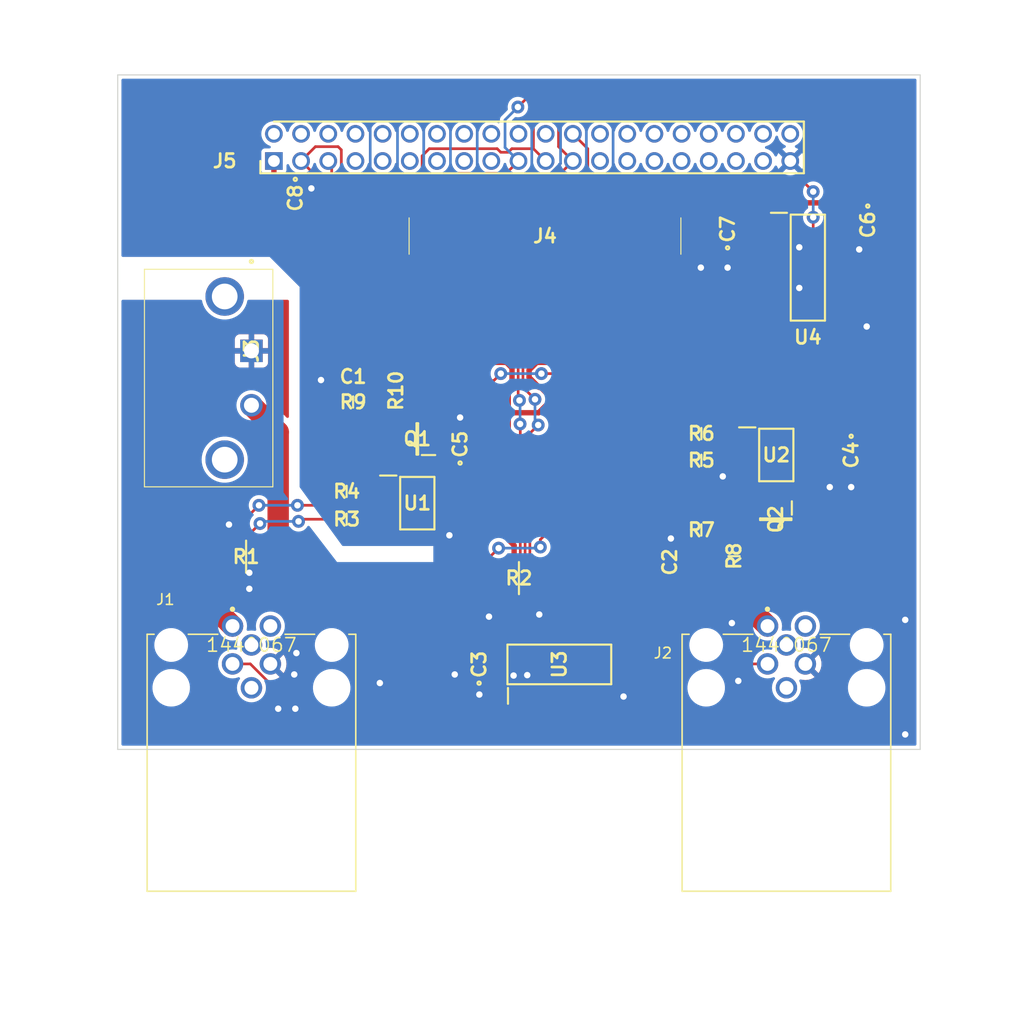
<source format=kicad_pcb>
(kicad_pcb (version 20211014) (generator pcbnew)

  (general
    (thickness 1.6)
  )

  (paper "A4")
  (layers
    (0 "F.Cu" signal)
    (31 "B.Cu" signal)
    (32 "B.Adhes" user "B.Adhesive")
    (33 "F.Adhes" user "F.Adhesive")
    (34 "B.Paste" user)
    (35 "F.Paste" user)
    (36 "B.SilkS" user "B.Silkscreen")
    (37 "F.SilkS" user "F.Silkscreen")
    (38 "B.Mask" user)
    (39 "F.Mask" user)
    (40 "Dwgs.User" user "User.Drawings")
    (41 "Cmts.User" user "User.Comments")
    (42 "Eco1.User" user "User.Eco1")
    (43 "Eco2.User" user "User.Eco2")
    (44 "Edge.Cuts" user)
    (45 "Margin" user)
    (46 "B.CrtYd" user "B.Courtyard")
    (47 "F.CrtYd" user "F.Courtyard")
    (48 "B.Fab" user)
    (49 "F.Fab" user)
    (50 "User.1" user)
    (51 "User.2" user)
    (52 "User.3" user)
    (53 "User.4" user)
    (54 "User.5" user)
    (55 "User.6" user)
    (56 "User.7" user)
    (57 "User.8" user)
    (58 "User.9" user)
  )

  (setup
    (stackup
      (layer "F.SilkS" (type "Top Silk Screen"))
      (layer "F.Paste" (type "Top Solder Paste"))
      (layer "F.Mask" (type "Top Solder Mask") (thickness 0.01))
      (layer "F.Cu" (type "copper") (thickness 0.035))
      (layer "dielectric 1" (type "core") (thickness 1.51) (material "FR4") (epsilon_r 4.5) (loss_tangent 0.02))
      (layer "B.Cu" (type "copper") (thickness 0.035))
      (layer "B.Mask" (type "Bottom Solder Mask") (thickness 0.01))
      (layer "B.Paste" (type "Bottom Solder Paste"))
      (layer "B.SilkS" (type "Bottom Silk Screen"))
      (copper_finish "None")
      (dielectric_constraints no)
    )
    (pad_to_mask_clearance 0)
    (aux_axis_origin 90 110)
    (pcbplotparams
      (layerselection 0x00010fc_ffffffff)
      (disableapertmacros false)
      (usegerberextensions false)
      (usegerberattributes true)
      (usegerberadvancedattributes true)
      (creategerberjobfile true)
      (svguseinch false)
      (svgprecision 6)
      (excludeedgelayer true)
      (plotframeref false)
      (viasonmask false)
      (mode 1)
      (useauxorigin false)
      (hpglpennumber 1)
      (hpglpenspeed 20)
      (hpglpendiameter 15.000000)
      (dxfpolygonmode true)
      (dxfimperialunits true)
      (dxfusepcbnewfont true)
      (psnegative false)
      (psa4output false)
      (plotreference true)
      (plotvalue true)
      (plotinvisibletext false)
      (sketchpadsonfab false)
      (subtractmaskfromsilk false)
      (outputformat 1)
      (mirror false)
      (drillshape 1)
      (scaleselection 1)
      (outputdirectory "")
    )
  )

  (net 0 "")
  (net 1 "GND")
  (net 2 "VCC")
  (net 3 "ISENSE2")
  (net 4 "ISENSE1")
  (net 5 "PWMServo1")
  (net 6 "unconnected-(J1-Pad5)")
  (net 7 "unconnected-(J1-Pad6)")
  (net 8 "unconnected-(J1-Pad2)")
  (net 9 "PWMServo2")
  (net 10 "unconnected-(J2-Pad5)")
  (net 11 "unconnected-(J2-Pad6)")
  (net 12 "VServo12")
  (net 13 "unconnected-(J3-Pad3)")
  (net 14 "unconnected-(J3-Pad4)")
  (net 15 "unconnected-(J4-Pad3)")
  (net 16 "unconnected-(J4-Pad4)")
  (net 17 "unconnected-(J4-Pad5)")
  (net 18 "unconnected-(J4-Pad6)")
  (net 19 "unconnected-(J4-Pad7)")
  (net 20 "unconnected-(J4-Pad8)")
  (net 21 "unconnected-(J4-Pad9)")
  (net 22 "unconnected-(J4-Pad10)")
  (net 23 "unconnected-(J4-Pad11)")
  (net 24 "unconnected-(J4-Pad12)")
  (net 25 "unconnected-(J4-Pad13)")
  (net 26 "unconnected-(J4-Pad14)")
  (net 27 "unconnected-(J4-Pad15)")
  (net 28 "unconnected-(J4-Pad16)")
  (net 29 "unconnected-(J4-Pad17)")
  (net 30 "unconnected-(J4-Pad18)")
  (net 31 "unconnected-(J4-Pad19)")
  (net 32 "unconnected-(J4-Pad20)")
  (net 33 "unconnected-(J4-Pad21)")
  (net 34 "unconnected-(J4-Pad22)")
  (net 35 "unconnected-(J4-Pad23)")
  (net 36 "unconnected-(J4-Pad24)")
  (net 37 "unconnected-(J4-Pad25)")
  (net 38 "unconnected-(J4-Pad26)")
  (net 39 "unconnected-(J4-Pad27)")
  (net 40 "unconnected-(J4-Pad28)")
  (net 41 "unconnected-(J4-Pad29)")
  (net 42 "SDA")
  (net 43 "unconnected-(J4-Pad31)")
  (net 44 "SCL")
  (net 45 "*CS")
  (net 46 "unconnected-(J4-Pad34)")
  (net 47 "CLK")
  (net 48 "unconnected-(J4-Pad36)")
  (net 49 "DIN")
  (net 50 "unconnected-(J4-Pad38)")
  (net 51 "DOUT")
  (net 52 "unconnected-(J4-Pad40)")
  (net 53 "unconnected-(J5-Pad2)")
  (net 54 "unconnected-(J5-Pad4)")
  (net 55 "unconnected-(J5-Pad6)")
  (net 56 "unconnected-(J5-Pad7)")
  (net 57 "unconnected-(J5-Pad8)")
  (net 58 "unconnected-(J5-Pad9)")
  (net 59 "unconnected-(J5-Pad10)")
  (net 60 "unconnected-(J5-Pad11)")
  (net 61 "unconnected-(J5-Pad12)")
  (net 62 "unconnected-(J5-Pad13)")
  (net 63 "unconnected-(J5-Pad14)")
  (net 64 "unconnected-(J5-Pad15)")
  (net 65 "unconnected-(J5-Pad16)")
  (net 66 "unconnected-(J5-Pad17)")
  (net 67 "unconnected-(J5-Pad18)")
  (net 68 "unconnected-(J5-Pad20)")
  (net 69 "unconnected-(J5-Pad22)")
  (net 70 "unconnected-(J5-Pad25)")
  (net 71 "unconnected-(J5-Pad26)")
  (net 72 "unconnected-(J5-Pad27)")
  (net 73 "unconnected-(J5-Pad28)")
  (net 74 "unconnected-(J5-Pad29)")
  (net 75 "unconnected-(J5-Pad30)")
  (net 76 "unconnected-(J5-Pad31)")
  (net 77 "unconnected-(J5-Pad32)")
  (net 78 "unconnected-(J5-Pad33)")
  (net 79 "unconnected-(J5-Pad34)")
  (net 80 "unconnected-(J5-Pad35)")
  (net 81 "unconnected-(J5-Pad36)")
  (net 82 "unconnected-(J5-Pad37)")
  (net 83 "unconnected-(J5-Pad38)")
  (net 84 "unconnected-(J5-Pad40)")
  (net 85 "Net-(Q1-Pad1)")
  (net 86 "Net-(Q1-Pad2)")
  (net 87 "Net-(Q1-Pad3)")
  (net 88 "Net-(Q2-Pad1)")
  (net 89 "Net-(Q2-Pad2)")
  (net 90 "Net-(Q2-Pad3)")
  (net 91 "Net-(R4-Pad2)")
  (net 92 "Net-(R6-Pad2)")
  (net 93 "unconnected-(U1-Pad1)")
  (net 94 "unconnected-(U1-Pad8)")
  (net 95 "unconnected-(U2-Pad1)")
  (net 96 "unconnected-(U2-Pad8)")
  (net 97 "PWMServo3")
  (net 98 "PWMServo4")
  (net 99 "unconnected-(U3-Pad10)")
  (net 100 "unconnected-(U3-Pad11)")
  (net 101 "unconnected-(U3-Pad12)")
  (net 102 "unconnected-(U3-Pad13)")
  (net 103 "unconnected-(U3-Pad15)")
  (net 104 "unconnected-(U3-Pad16)")
  (net 105 "unconnected-(U3-Pad17)")
  (net 106 "unconnected-(U3-Pad18)")
  (net 107 "unconnected-(U3-Pad19)")
  (net 108 "unconnected-(U3-Pad20)")
  (net 109 "unconnected-(U3-Pad21)")
  (net 110 "unconnected-(U3-Pad22)")
  (net 111 "unconnected-(J2-Pad2)")
  (net 112 "Servo1Current")
  (net 113 "Servo2Current")

  (footprint "SamacSys_Parts:SOIC127P600X175-16N" (layer "F.Cu") (at 154.5 65))

  (footprint "SamacSys_Parts:1776508" (layer "F.Cu") (at 102.5 72.775 -90))

  (footprint "eec:Phoenix_Contact-1440067-MFG" (layer "F.Cu") (at 152.5 100.24635))

  (footprint "SamacSys_Parts:SOIC127P599X175-8N" (layer "F.Cu") (at 151.55 82.5))

  (footprint "eec:Phoenix_Contact-1440067-MFG" (layer "F.Cu") (at 102.5 100.24635))

  (footprint "SamacSys_Parts:C0805" (layer "F.Cu") (at 106.6 58.5 -90))

  (footprint "SamacSys_Parts:RESC2012X55N" (layer "F.Cu") (at 112 77.55))

  (footprint "SamacSys_Parts:SOP65P640X110-28N" (layer "F.Cu") (at 131.275 102.062 90))

  (footprint "SamacSys_Parts:RESC2012X55N" (layer "F.Cu") (at 111.4 85.9))

  (footprint "SamacSys_Parts:C0805" (layer "F.Cu") (at 158.55 82.5 -90))

  (footprint "SamacSys_Parts:CAPC1608X90N" (layer "F.Cu") (at 141.6 92.5 -90))

  (footprint "SamacSys_Parts:C0805" (layer "F.Cu") (at 123.775 102.062 90))

  (footprint "SamacSys_Parts:RESC6432X90N" (layer "F.Cu") (at 127.5 94 180))

  (footprint "SamacSys_Parts:RESC2012X55N" (layer "F.Cu") (at 144.55 83))

  (footprint "SamacSys_Parts:RESC2012X55N" (layer "F.Cu") (at 147.6 91.95 -90))

  (footprint "SamacSys_Parts:CAPC1608X90N" (layer "F.Cu") (at 112 75.18))

  (footprint "SamacSys_Parts:RESC2012X55N" (layer "F.Cu") (at 111.4 88.5))

  (footprint "SamacSys_Parts:C0805" (layer "F.Cu") (at 122 81.5 90))

  (footprint "SamacSys_Parts:RESC2012X55N" (layer "F.Cu") (at 144.55 80.5))

  (footprint "SamacSys_Parts:RESC6432X90N" (layer "F.Cu") (at 102 92))

  (footprint "SamacSys_Parts:C0805" (layer "F.Cu") (at 160.1 61 -90))

  (footprint "SamacSys_Parts:M503602042" (layer "F.Cu") (at 129.935 62.05 180))

  (footprint "SamacSys_Parts:HDRV40W62P254_2X20_5080X483X949P" (layer "F.Cu") (at 104.6 55.04))

  (footprint "SamacSys_Parts:SOIC127P599X175-8N" (layer "F.Cu") (at 118 87))

  (footprint "SamacSys_Parts:C0805" (layer "F.Cu") (at 147 61.4 90))

  (footprint "SamacSys_Parts:SOT96P237X111-3N" (layer "F.Cu") (at 151.5 88.5 -90))

  (footprint "SamacSys_Parts:RESC2012X55N" (layer "F.Cu") (at 116 76.5 90))

  (footprint "SamacSys_Parts:SOT96P237X111-3N" (layer "F.Cu") (at 118 81 180))

  (footprint "SamacSys_Parts:RESC2012X55N" (layer "F.Cu") (at 144.55 89.5))

  (gr_line (start 90 110) (end 90 47) (layer "Edge.Cuts") (width 0.1) (tstamp 304c1aed-1d34-42c1-a338-24aa84aa9224))
  (gr_line (start 165 110) (end 90 110) (layer "Edge.Cuts") (width 0.1) (tstamp 56120c80-b694-4623-ba0d-2c4026a126ec))
  (gr_line (start 165 47) (end 165 110) (layer "Edge.Cuts") (width 0.1) (tstamp 7acdd666-d4b8-4f6b-a957-1762d06025af))
  (gr_line (start 90 47) (end 165 47) (layer "Edge.Cuts") (width 0.1) (tstamp 9129fee9-ffb7-40c5-93ef-e052207ea8ed))
  (dimension (type aligned) (layer "Dwgs.User") (tstamp 055f4bbe-e8c4-400f-a7bc-4732af333251)
    (pts (xy 165 110) (xy 165 47))
    (height 5)
    (gr_text "63,0000 mm" (at 168.85 78.5 90) (layer "Dwgs.User") (tstamp 055f4bbe-e8c4-400f-a7bc-4732af333251)
      (effects (font (size 1 1) (thickness 0.15)))
    )
    (format (units 3) (units_format 1) (precision 4))
    (style (thickness 0.15) (arrow_length 1.27) (text_position_mode 0) (extension_height 0.58642) (extension_offset 0.5) keep_text_aligned)
  )
  (dimension (type aligned) (layer "Dwgs.User") (tstamp 1c1e2ee9-2999-486c-aa40-4ac13ae90566)
    (pts (xy 102.5 123.24635) (xy 152.5 123.27135))
    (height 6.728899)
    (gr_text "50,0000 mm" (at 127.497211 128.837748 359.9713521) (layer "Dwgs.User") (tstamp 1c1e2ee9-2999-486c-aa40-4ac13ae90566)
      (effects (font (size 1 1) (thickness 0.15)))
    )
    (format (units 3) (units_format 1) (precision 4))
    (style (thickness 0.15) (arrow_length 1.27) (text_position_mode 0) (extension_height 0.58642) (extension_offset 0.5) keep_text_aligned)
  )
  (dimension (type aligned) (layer "Dwgs.User") (tstamp 4891025b-2a40-4490-85ea-0b6563fc1981)
    (pts (xy 90 47) (xy 165 47))
    (height -5)
    (gr_text "75,0000 mm" (at 127.5 40.85) (layer "Dwgs.User") (tstamp 4891025b-2a40-4490-85ea-0b6563fc1981)
      (effects (font (size 1 1) (thickness 0.15)))
    )
    (format (units 3) (units_format 1) (precision 4))
    (style (thickness 0.15) (arrow_length 1.27) (text_position_mode 0) (extension_height 0.58642) (extension_offset 0.5) keep_text_aligned)
  )
  (dimension (type aligned) (layer "Dwgs.User") (tstamp 98be5195-a463-4967-8206-f169dcc23163)
    (pts (xy 165 130) (xy 152.496636 130.000248))
    (height -4.999751)
    (gr_text "12,5034 mm" (at 158.748394 133.849875 0.001136442426) (layer "Dwgs.User") (tstamp 98be5195-a463-4967-8206-f169dcc23163)
      (effects (font (size 1 1) (thickness 0.15)))
    )
    (format (units 3) (units_format 1) (precision 4))
    (style (thickness 0.15) (arrow_length 1.27) (text_position_mode 0) (extension_height 0.58642) (extension_offset 0.5) keep_text_aligned)
  )
  (dimension (type aligned) (layer "Dwgs.User") (tstamp eb1d7715-c613-4d4f-838e-4719a1d8f9d1)
    (pts (xy 102.496636 129.975248) (xy 90 130))
    (height -4.99999)
    (gr_text "12,4967 mm" (at 96.255943 133.837606 0.1134852035) (layer "Dwgs.User") (tstamp eb1d7715-c613-4d4f-838e-4719a1d8f9d1)
      (effects (font (size 1 1) (thickness 0.15)))
    )
    (format (units 3) (units_format 1) (precision 4))
    (style (thickness 0.15) (arrow_length 1.27) (text_position_mode 0) (extension_height 0.58642) (extension_offset 0.5) keep_text_aligned)
  )

  (segment (start 151.8 64.365) (end 153.665 64.365) (width 0.25) (layer "F.Cu") (net 1) (tstamp 075063e2-5ec7-4767-a789-3e92b321d2e4))
  (segment (start 157.2 69.445) (end 153.645 69.445) (width 0.25) (layer "F.Cu") (net 1) (tstamp 099b77cb-cfef-4d92-a466-e071b017d09a))
  (segment (start 151.805 66.9) (end 151.8 66.905) (width 0.25) (layer "F.Cu") (net 1) (tstamp 11daa777-217a-442d-80d4-3fff66fc6781))
  (segment (start 111.37 75.92) (end 111.05 76.24) (width 0.5) (layer "F.Cu") (net 1) (tstamp 1a4271b1-3a26-4dc6-94a9-b19b674ddefa))
  (segment (start 143.6 89.5) (end 142.5 89.5) (width 0.25) (layer "F.Cu") (net 1) (tstamp 1ab0defd-9ef2-4e1f-92d2-c8f5a7392fa0))
  (segment (start 153.7 64.4) (end 153.7 65.6) (width 0.25) (layer "F.Cu") (net 1) (tstamp 1f40f7a3-4157-48be-89b8-44fcc3a40bbc))
  (segment (start 157.2 69.445) (end 158.945 69.445) (width 0.25) (layer "F.Cu") (net 1) (tstamp 275fb0ef-46c3-4fea-86cd-542cf7eb0397))
  (segment (start 147 62.3) (end 147 65) (width 0.5) (layer "F.Cu") (net 1) (tstamp 347d5a2d-9953-4c43-8263-547bc32de6cf))
  (segment (start 143.5 64) (end 142 64) (width 0.5) (layer "F.Cu") (net 1) (tstamp 36f47098-e2b4-4b5a-9cae-2b27ddd8b8a7))
  (segment (start 127.7 105) (end 128.35 105) (width 0.5) (layer "F.Cu") (net 1) (tstamp 386f83c1-7ba0-41cf-a123-07f5773ed5ad))
  (segment (start 158.9595 63.1) (end 159.1595 63.3) (width 0.25) (layer "F.Cu") (net 1) (tstamp 3cac765e-4d86-4d30-8023-acaf1f4bf27c))
  (segment (start 128.35 105) (end 129 105) (width 0.5) (layer "F.Cu") (net 1) (tstamp 3f1870c2-158e-4ecc-ba5e-507db6626cee))
  (segment (start 153.7 66.9) (end 153.7 68.2) (width 0.25) (layer "F.Cu") (net 1) (tstamp 498ce87b-9d0b-4270-92e7-e8248a51b31b))
  (segment (start 128.35 105) (end 128.35 103.137) (width 0.5) (layer "F.Cu") (net 1) (tstamp 4bca45a1-0d8c-4a48-9f01-4b3e4c56f0bd))
  (segment (start 153.665 65.635) (end 153.7 65.6) (width 0.25) (layer "F.Cu") (net 1) (tstamp 4e441e6e-8db5-4f39-9ce4-12518618f3eb))
  (segment (start 129.65 105) (end 129 105) (width 0.4) (layer "F.Cu") (net 1) (tstamp 4fa22b5f-bc96-4e0b-b767-a8a556ae9095))
  (segment (start 130.3 99.124) (end 129.65 99.124) (width 0.25) (layer "F.Cu") (net 1) (tstamp 503815e0-bb91-41c2-a3fb-6fa5783cf567))
  (segment (start 106.6 57.6) (end 108.1 57.6) (width 0.25) (layer "F.Cu") (net 1) (tstamp 539a5466-99ed-42f0-8add-95de9bddd8fe))
  (segment (start 153.645 69.445) (end 151.8 69.445) (width 0.25) (layer "F.Cu") (net 1) (tstamp 54855f53-044c-4105-b19b-b0982e9a3326))
  (segment (start 153.7 66.9) (end 151.805 66.9) (width 0.25) (layer "F.Cu") (net 1) (tstamp 5693dd09-1d09-47fd-8a9a-78ab48fc9f08))
  (segment (start 122 81.1) (end 122 79) (width 0.5) (layer "F.Cu") (net 1) (tstamp 57d0719a-004c-4183-81d0-9036d508798f))
  (segment (start 158.945 69.445) (end 160 70.5) (width 0.25) (layer "F.Cu") (net 1) (tstamp 5f3d9ba2-f1a2-4bab-92ef-835e9f516da8))
  (segment (start 144.5 65) (end 143.5 64) (width 0.5) (layer "F.Cu") (net 1) (tstamp 622f6c5a-21ee-428a-9092-975489e2a2f6))
  (segment (start 153.675 68.175) (end 153.7 68.2) (width 0.25) (layer "F.Cu") (net 1) (tstamp 62a26949-08c0-4e96-b96c-b1cca3218b4e))
  (segment (start 121 89.193) (end 120.712 88.905) (width 0.5) (layer "F.Cu") (net 1) (tstamp 6c4a948c-9c62-4b4c-bac2-cd20cf5f1e62))
  (segment (start 109.32 75.18) (end 109 75.5) (width 0.5) (layer "F.Cu") (net 1) (tstamp 6e543c40-2ba8-41c1-aebc-0c878c0704b5))
  (segment (start 146.645 84.405) (end 146.55 84.5) (width 0.25) (layer "F.Cu") (net 1) (tstamp 7ac5d61b-def3-4a59-b8fb-ef0b6fb6faf1))
  (segment (start 155.455 84.405) (end 156.55 85.5) (width 0.5) (layer "F.Cu") (net 1) (tstamp 7d93d404-b0ab-4c2f-9b3e-a1844d17b04f))
  (segment (start 153.665 64.365) (end 153.7 64.4) (width 0.25) (layer "F.Cu") (net 1) (tstamp 81b24331-0125-4003-8aa8-3568e3e0124c))
  (segment (start 121 90) (end 121 89.193) (width 0.5) (layer "F.Cu") (net 1) (tstamp 8768990d-6572-4c7e-a2f7-0b1d26cb0b90))
  (segment (start 151.805 63.1) (end 151.8 63.095) (width 0.25) (layer "F.Cu") (net 1) (tstamp 8fbbed08-80b8-4791-9c34-8ffaf8277f01))
  (segment (start 151.8 65.635) (end 153.665 65.635) (width 0.25) (layer "F.Cu") (net 1) (tstamp 9682703f-366b-4024-b7b9-bf6c6dbd45c4))
  (segment (start 157.205 63.1) (end 158.9595 63.1) (width 0.25) (layer "F.Cu") (net 1) (tstamp 98096bad-9a4a-433e-90a8-58dd44d453e8))
  (segment (start 127.05 105) (end 127.7 105) (width 0.5) (layer "F.Cu") (net 1) (tstamp 99647072-77ad-4cf4-90dd-3703eb9f68e1))
  (segment (start 111.37 75.18) (end 109.32 75.18) (width 0.5) (layer "F.Cu") (net 1) (tstamp 9b4086de-45e3-48e7-b17c-96b728407cc5))
  (segment (start 153.7 63.1) (end 151.805 63.1) (width 0.25) (layer "F.Cu") (net 1) (tstamp 9d890a38-fc75-4c46-8312-c919361b3560))
  (segment (start 157.2 63.095) (end 157.205 63.1) (width 0.25) (layer "F.Cu") (net 1) (tstamp 9e23de38-4344-4cff-a78d-4017bbc0bd1b))
  (segment (start 111.37 75.18) (end 111.37 75.92) (width 0.5) (layer "F.Cu") (net 1) (tstamp 9e396f2f-7fa3-419f-bb30-1ada190cff2a))
  (segment (start 137.213 105) (end 137.275 105.062) (width 0.5) (layer "F.Cu") (net 1) (tstamp a1ef9751-5459-4b3d-8578-bb0d5467ac72))
  (segment (start 115.288 88.905) (end 120.712 88.905) (width 0.5) (layer "F.Cu") (net 1) (tstamp a3a82c36-0712-45b7-a689-22b57deca4dd))
  (segment (start 158.55 83.4) (end 158.55 85.5) (width 0.5) (layer "F.Cu") (net 1) (tstamp a6b2ae4a-9151-471f-9645-a502f306bee0))
  (segment (start 148.838 84.405) (end 146.645 84.405) (width 0.5) (layer "F.Cu") (net 1) (tstamp a97bbe8c-1716-4f11-9580-c2ade02ed1d0))
  (segment (start 159.1595 63.3) (end 159.3 63.3) (width 0.25) (layer "F.Cu") (net 1) (tstamp ac0f5ba3-df1e-4eac-9ff9-6d3bbbd0553d))
  (segment (start 153.7 65.6) (end 153.7 66.9) (width 0.25) (layer "F.Cu") (net 1) (tstamp be45ccaf-94c5-41c4-9f68-5d37d152fd60))
  (segment (start 141.6 91.87) (end 141.6 90.4) (width 0.25) (layer "F.Cu") (net 1) (tstamp bea14b05-2b30-4270-a7c3-bfbb1c55bbc8))
  (segment (start 111.05 76.24) (end 111.05 77.55) (width 0.5) (layer "F.Cu") (net 1) (tstamp c6eb7395-f26d-410f-85e2-448ae9de6c20))
  (segment (start 129 99.124) (end 129 97.8) (width 0.25) (layer "F.Cu") (net 1) (tstamp c81fe868-9beb-4e89-bc40-6a841bd9975c))
  (segment (start 154.262 84.405) (end 155.455 84.405) (width 0.5) (layer "F.Cu") (net 1) (tstamp d1349795-ceb3-4b8b-8c52-2f26820596f2))
  (segment (start 128.35 103.137) (end 128.275 103.062) (width 0.5) (layer "F.Cu") (net 1) (tstamp d2c701ec-5444-47a4-833a-d1aaa5e649c0))
  (segment (start 142.5 89.5) (end 141.7 90.3) (width 0.25) (layer "F.Cu") (net 1) (tstamp d524516d-8bb9-4541-ab13-172eff490de0))
  (segment (start 129 99.124) (end 129.65 99.124) (width 0.25) (layer "F.Cu") (net 1) (tstamp d6238e11-b353-48fc-b642-96180b858dfc))
  (segment (start 153.7 68.2) (end 153.7 69.39) (width 0.25) (layer "F.Cu") (net 1) (tstamp dc2e8eca-bfe6-47ab-9b7a-860407dad72b))
  (segment (start 135.5 105) (end 137.213 105) (width 0.4) (layer "F.Cu") (net 1) (tstamp e45aa5e2-bf74-4bd6-9b4b-3763861e8f05))
  (segment (start 160.1 62.5) (end 160.1 61.9) (width 0.25) (layer "F.Cu") (net 1) (tstamp e8304b9a-c811-43bc-8365-5413abef6c22))
  (segment (start 156.55 85.5) (end 158.55 85.5) (width 0.5) (layer "F.Cu") (net 1) (tstamp e89d59a4-faba-46c5-9a53-dabc0340aecb))
  (segment (start 153.7 63.1) (end 153.7 64.4) (width 0.25) (layer "F.Cu") (net 1) (tstamp ec2267db-bfb1-412b-ad74-cf993069711e))
  (segment (start 151.8 68.175) (end 153.675 68.175) (width 0.25) (layer "F.Cu") (net 1) (tstamp eeaa6c5a-64cf-4f45-8abc-b1d2247746df))
  (segment (start 159.3 63.3) (end 160.1 62.5) (width 0.25) (layer "F.Cu") (net 1) (tstamp f02b9198-7e40-4e74-a5e3-d9ce81301193))
  (segment (start 129 97.8) (end 129.4 97.4) (width 0.25) (layer "F.Cu") (net 1) (tstamp f3c25c0a-42b8-4300-9da1-80bda4bdfaa8))
  (segment (start 141.6 90.4) (end 141.7 90.3) (width 0.25) (layer "F.Cu") (net 1) (tstamp fabc4304-5774-4fbc-827e-ad92f9246196))
  (segment (start 153.7 69.39) (end 153.645 69.445) (width 0.25) (layer "F.Cu") (net 1) (tstamp fc6e7c78-0326-4354-b29e-ef8c8e6fde88))
  (via (at 109 75.5) (size 1.2) (drill 0.6) (layers "F.Cu" "B.Cu") (net 1) (tstamp 04515c9f-446e-47c2-81f2-92a95b82dd06))
  (via (at 159.3 63.3) (size 1.2) (drill 0.6) (layers "F.Cu" "B.Cu") (net 1) (tstamp 06857846-78a6-4fae-b620-ff8ccb563350))
  (via (at 124.7 97.6) (size 1.2) (drill 0.6) (layers "F.Cu" "B.Cu") (free) (net 1) (tstamp 1e615d68-15b2-42f1-8e81-5592907b01bd))
  (via (at 148 103.6) (size 1.2) (drill 0.6) (layers "F.Cu" "B.Cu") (free) (net 1) (tstamp 465f0de4-d326-4426-8ef0-dc87bc7c36ce))
  (via (at 153.7 63.1) (size 1.2) (drill 0.6) (layers "F.Cu" "B.Cu") (net 1) (tstamp 4c88b3d6-3a5b-4602-8fb1-cf717bc6368c))
  (via (at 144.5 65) (size 1.2) (drill 0.6) (layers "F.Cu" "B.Cu") (net 1) (tstamp 4d3c4a28-d2e0-4e60-89a8-0487c4fae249))
  (via (at 106.7 101) (size 1.2) (drill 0.6) (layers "F.Cu" "B.Cu") (free) (net 1) (tstamp 5c499ade-c092-4eb0-a680-77516eadb02b))
  (via (at 106.5 103) (size 1.2) (drill 0.6) (layers "F.Cu" "B.Cu") (free) (net 1) (tstamp 62c470d5-88ff-4fa5-a887-45bfccc5182d))
  (via (at 123.8 104.8755) (size 1.2) (drill 0.6) (layers "F.Cu" "B.Cu") (free) (net 1) (tstamp 6571ad87-bccf-46c4-97be-7d7cafe4fb6b))
  (via (at 121 90) (size 1.2) (drill 0.6) (layers "F.Cu" "B.Cu") (net 1) (tstamp 6619794a-9a94-4264-9f5a-779a7eb5bb58))
  (via (at 106.6 106.2) (size 1.2) (drill 0.6) (layers "F.Cu" "B.Cu") (free) (net 1) (tstamp 6c682dc4-7b09-4256-a9dd-8c124a4d1e20))
  (via (at 114.5 103.8) (size 1.2) (drill 0.6) (layers "F.Cu" "B.Cu") (free) (net 1) (tstamp 6dd86018-6f1f-4c2b-9687-4832d8ace4d4))
  (via (at 121.5 103) (size 1.2) (drill 0.6) (layers "F.Cu" "B.Cu") (free) (net 1) (tstamp 71bcc484-5efb-4a0e-b5f9-382a7f32b3fd))
  (via (at 160 70.5) (size 1.2) (drill 0.6) (layers "F.Cu" "B.Cu") (net 1) (tstamp 7d06d04c-3dee-44f2-afbe-07af27292efa))
  (via (at 147.4 98.2) (size 1.2) (drill 0.6) (layers "F.Cu" "B.Cu") (free) (net 1) (tstamp 80b7c9ff-493f-436f-a32d-bdfa8a2455b5))
  (via (at 158.55 85.5) (size 1.2) (drill 0.6) (layers "F.Cu" "B.Cu") (net 1) (tstamp 916a2c07-c60d-4940-8ee5-550bed0108f3))
  (via (at 163.6 97.9) (size 1.2) (drill 0.6) (layers "F.Cu" "B.Cu") (free) (net 1) (tstamp 9293bee9-13f3-4a52-a861-f2613585667f))
  (via (at 105 106.2) (size 1.2) (drill 0.6) (layers "F.Cu" "B.Cu") (free) (net 1) (tstamp 9c619901-43e9-4f5f-84bb-aa4a7d993553))
  (via (at 128.275 103.062) (size 1.2) (drill 0.6) (layers "F.Cu" "B.Cu") (net 1) (tstamp a2a8a51f-e359-4cfc-a4a7-b15b32834a24))
  (via (at 153.7 66.9) (size 1.2) (drill 0.6) (layers "F.Cu" "B.Cu") (net 1) (tstamp a88fc551-32e4-495b-a490-2345ce1118f7))
  (via (at 127 103.1) (size 1.2) (drill 0.6) (layers "F.Cu" "B.Cu") (free) (net 1) (tstamp aad2774a-9b00-4184-b2a2-e8b7f362e42d))
  (via (at 141.7 90.3) (size 1.2) (drill 0.6) (layers "F.Cu" "B.Cu") (net 1) (tstamp acc5294c-883c-42ca-a360-e2ccdafd5fdb))
  (via (at 163.6 108.6) (size 1.2) (drill 0.6) (layers "F.Cu" "B.Cu") (free) (net 1) (tstamp b471ca9b-7754-467f-ab33-ad01664cbe7e))
  (via (at 102.3 95) (size 1.2) (drill 0.6) (layers "F.Cu" "B.Cu") (free) (net 1) (tstamp b9f69989-6c8d-41b2-855b-ef0ecfee85e4))
  (via (at 129.4 97.4) (size 1.2) (drill 0.6) (layers "F.Cu" "B.Cu") (net 1) (tstamp c1f27a9a-7b85-4113-ac39-d1858b66853c))
  (via (at 147 65) (size 1.2) (drill 0.6) (layers "F.Cu" "B.Cu") (net 1) (tstamp c2f1ea98-466d-458b-a232-ed3719b09b41))
  (via (at 156.55 85.5) (size 1.2) (drill 0.6) (layers "F.Cu" "B.Cu") (net 1) (tstamp c79ee046-7359-4b0d-9642-783089087bf8))
  (via (at 100.4 89) (size 1.2) (drill 0.6) (layers "F.Cu" "B.Cu") (free) (net 1) (tstamp c7db38dc-a35d-4ae8-97a2-75146324b7e3))
  (via (at 102.3 93.5) (size 1.2) (drill 0.6) (layers "F.Cu" "B.Cu") (free) (net 1) (tstamp dc754c97-8912-46d2-bf4d-250b38629c35))
  (via (at 108.1 57.6) (size 1.2) (drill 0.6) (layers "F.Cu" "B.Cu") (net 1) (tstamp eb1b072a-6411-4b56-bc92-d8d79ec7e5f6))
  (via (at 137.275 105.062) (size 1.2) (drill 0.6) (layers "F.Cu" "B.Cu") (net 1) (tstamp ebed1396-522b-45b9-ad03-7875ad7dceb4))
  (via (at 122 79) (size 1.2) (drill 0.6) (layers "F.Cu" "B.Cu") (net 1) (tstamp f35badf3-1f8a-4918-b4e3-e1286c6ea2e4))
  (via (at 146.55 84.5) (size 1.2) (drill 0.6) (layers "F.Cu" "B.Cu") (net 1) (tstamp f4ad90ec-24b6-45af-8813-a6e6a9df0a50))
  (segment (start 133.8 57) (end 134.2 57.4) (width 0.25) (layer "B.Cu") (net 1) (tstamp 09cf07ea-b28f-42ab-9bdb-dcdc97f052be))
  (segment (start 128.7 51.1) (end 128.7 56.8) (width 0.25) (layer "B.Cu") (net 1) (tstamp 0a297a42-1d1d-43e1-9a07-cc0e7f38b87e))
  (segment (start 136.3 57.3) (end 136.3 50.3) (width 0.25) (layer "B.Cu") (net 1) (tstamp 15cae0b4-39ae-49c1-a56c-21d129103393))
  (segment (start 129.666346 57) (end 129.866346 56.8) (width 0.25) (layer "B.Cu") (net 1) (tstamp 16d19931-1ce8-4f20-afd5-d369689086c1))
  (segment (start 116.15 50.45) (end 116.15 57.05) (width 0.25) (layer "B.Cu") (net 1) (tstamp 1735f40b-6bc3-4c62-8e3e-6afeb09d7f46))
  (segment (start 116.15 57.05) (end 118.55 57.05) (width 0.25) (layer "B.Cu") (net 1) (tstamp 202cb090-5b14-4380-a0dc-bd28c7222634))
  (segment (start 113.6 56.8) (end 113.6 50.2) (width 0.25) (layer "B.Cu") (net 1) (tstamp 269b8cc9-b82b-41ae-8736-019edbab7781))
  (segment (start 128.7 56.8) (end 128.9 57) (width 0.25) (layer "B.Cu") (net 1) (tstamp 34275211-1706-4a20-ba66-f59700a1964c))
  (segment (start 133.8 50.4) (end 133.8 57) (width 0.25) (layer "B.Cu") (net 1) (tstamp 48045f29-1beb-40f3-b922-d19bcb446d2e))
  (segment (start 116.2 50.4) (end 116.15 50.45) (width 0.25) (layer "B.Cu") (net 1) (tstamp 486657c1-b6aa-433f-8fdc-a12713caf9d1))
  (segment (start 134.2 57.4) (end 136.2 57.4) (width 0.25) (layer "B.Cu") (net 1) (tstamp 59c1e1da-0310-4dda-b419-e0a40861ab68))
  (segment (start 121.1 50.5) (end 121.1 56.9) (width 0.25) (layer "B.Cu") (net 1) (tstamp 6082d277-578d-4c97-b9c3-f468e8e47877))
  (segment (start 136.3 50.3) (end 137 49.6) (width 0.25) (layer "B.Cu") (net 1) (tstamp 660cc2d2-e792-4c0b-9d2f-bf974932c1b9))
  (segment (start 131.39 50.21) (end 131.7 49.9) (width 0.25) (layer "B.Cu") (net 1) (tstamp 7084ac8c-68dd-46b7-8f5c-bca9caac1330))
  (segment (start 129.866346 56.8) (end 131.39 55.276346) (width 0.25) (layer "B.Cu") (net 1) (tstamp 72db8733-dee4-4059-9ac1-5ea56b80a95c))
  (segment (start 118.6 50.5) (end 121.1 50.5) (width 0.25) (layer "B.Cu") (net 1) (tstamp 79ff9dfd-6612-472b-b7c2-82ac0188a727))
  (segment (start 137 49.6) (end 138.7 49.6) (width 0.25) (layer "B.Cu") (net 1) (tstamp 7a8d40d5-6500-41e9-b3e3-4c2901978d57))
  (segment (start 138.9 49.8) (end 139 49.9) (width 0.25) (layer "B.Cu") (net 1) (tstamp 7afce9bd-d0e8-4303-b2f6-cdaee3ad04bb))
  (segment (start 136.2 57.4) (end 136.3 57.3) (width 0.25) (layer "B.Cu") (net 1) (tstamp 8677eea0-a469-4728-89db-ef2cab7a56d5))
  (segment (start 118.55 57.05) (end 118.6 57) (width 0.25) (layer "B.Cu") (net 1) (tstamp 8c0cd455-f088-4cc5-823a-2a334e5057a5))
  (segment (start 116 50.2) (end 116.2 50.4) (width 0.25) (layer "B.Cu") (net 1) (tstamp 8cf447ca-a885-4945-a750-3ead4d20529f))
  (segment (start 128.9 57) (end 129.666346 57) (width 0.25) (layer "B.Cu") (net 1) (tstamp 8cfa826b-e0cc-48d0-8ca5-1d30d0c8cda0))
  (segment (start 131.7 49.9) (end 133.3 49.9) (width 0.25) (layer "B.Cu") (net 1) (tstamp 8cfbe5be-1eac-41a6-8687-3da4cb80b01a))
  (segment (start 121.1 56.9) (end 123.6 56.9) (width 0.25) (layer "B.Cu") (net 1) (tstamp 94cfe79c-d733-440b-9905-dadd24b8753f))
  (segment (start 113.6 50.2) (end 116 50.2) (width 0.25) (layer "B.Cu") (net 1) (tstamp a1f448ce-6350-486e-8a9f-d18af05a338c))
  (segment (start 133.3 49.9) (end 133.8 50.4) (width 0.25) (layer "B.Cu") (net 1) (tstamp a43c2df3-554e-44ed-8c9a-f7287844f418))
  (segment (start 123.6 49.8) (end 125.4 48) (width 0.25) (layer "B.Cu") (net 1) (tstamp b9986879-cacc-47c8-a6a2-f34047fab635))
  (segment (start 129 49.1) (end 129 50.8) (width 0.25) (layer "B.Cu") (net 1) (tstamp bda1172e-723d-402e-bb61-9db78b3ea3a2))
  (segment (start 127.9 48) (end 128.8 48.9) (width 0.25) (layer "B.Cu") (net 1) (tstamp cb536ec6-dcb2-4956-b0c1-b1713c28637c))
  (segment (start 125.4 48) (end 127.9 48) (width 0.25) (layer "B.Cu") (net 1) (tstamp cbaf2f54-0880-4773-9688-d3318ed34f14))
  (segment (start 118.6 57) (end 118.6 50.5) (width 0.25) (layer "B.Cu") (net 1) (tstamp e120ee5f-6c3f-41e0-b0ba-7a65de6f4f65))
  (segment (start 138.7 49.6) (end 138.9 49.8) (width 0.25) (layer "B.Cu") (net 1) (tstamp e26ff3d0-21e5-4dac-a118-721e56c6934d))
  (segment (start 128.8 48.9) (end 129 49.1) (width 0.25) (layer "B.Cu") (net 1) (tstamp f549fedd-5175-4fac-988c-eb87478a0382))
  (segment (start 123.6 56.9) (end 123.6 49.8) (width 0.25) (layer "B.Cu") (net 1) (tstamp faf0b9e1-be6a-48f0-844f-432246100067))
  (segment (start 129 50.8) (end 128.7 51.1) (width 0.25) (layer "B.Cu") (net 1) (tstamp fe27d7c4-7b6b-4b53-b1a3-efe6847ea9b9))
  (segment (start 131.39 55.276346) (end 131.39 50.21) (width 0.25) (layer "B.Cu") (net 1) (tstamp fef77104-d9bf-4fee-8801-770474a975b6))
  (segment (start 126.753857 78.553857) (end 126.5 78.3) (width 0.5) (layer "F.Cu") (net 2) (tstamp 02d35f9c-85c7-4d8f-8deb-1085c359d7fd))
  (segment (start 126.851996 75.720916) (end 126.5 76.072912) (width 0.5) (layer "F.Cu") (net 2) (tstamp 07e6b011-d32d-474b-85ad-971853c68ca3))
  (segment (start 129.165282 73.8505) (end 128.450498 74.565282) (width 0.5) (layer "F.Cu") (net 2) (tstamp 0b901fff-08c3-4c35-b723-2178e8f6aa4b))
  (segment (start 157.2 60.555) (end 157.2 61.825) (width 0.5) (layer "F.Cu") (net 2) (tstamp 158d2da7-2be5-4b07-80ee-e9fe387ae1bb))
  (segment (start 147 60.5) (end 148.5495 58.9505) (width 0.5) (layer "F.Cu") (net 2) (tstamp 15c2b058-0a0a-425a-86c2-6f8cc403bc27))
  (segment (start 121.179022 86.365) (end 120.712 86.365) (width 0.5) (layer "F.Cu") (net 2) (tstamp 16d2803b-3450-46b0-8d1e-c5d2fbde07a5))
  (segment (start 126.5 90.398625) (end 126.5 78.3) (width 0.5) (layer "F.Cu") (net 2) (tstamp 20c03c32-693e-456b-af7c-f48d21d12b88))
  (segment (start 123.775 101.162) (end 123.775 99.725) (width 0.5) (layer "F.Cu") (net 2) (tstamp 2261db4f-feae-4765-a84e-7b41a671ed2d))
  (segment (start 130.4 77.5) (end 129.346143 78.553857) (width 0.5) (layer "F.Cu") (net 2) (tstamp 24067934-0a77-4e41-8e32-a7c65bc3707d))
  (segment (start 122 85.544022) (end 121.179022 86.365) (width 0.5) (layer "F.Cu") (net 2) (tstamp 32455742-8844-423c-8a5c-76cbdbd058fd))
  (segment (start 142 60.1) (end 146.6 60.1) (width 0.5) (layer "F.Cu") (net 2) (tstamp 3267ebf6-28e6-48e1-86b5-883d3921d476))
  (segment (start 156.835 81.865) (end 154.262 81.865) (width 0.5) (layer "F.Cu") (net 2) (tstamp 3b2abf08-4bb1-4312-87e7-79629d5bab5a))
  (segment (start 126.323399 73.850499) (end 126.851996 74.379096) (width 0.5) (layer "F.Cu") (net 2) (tstamp 478ffe99-7daa-4f9a-b820-63881645d7e4))
  (segment (start 129.382406 76.185608) (end 129.534718 76.185608) (width 0.5) (layer "F.Cu") (net 2) (tstamp 4fed412e-57c6-4935-9d2e-1399b4fec070))
  (segment (start 128.450498 75.2537) (end 129.382406 76.185608) (width 0.5) (layer "F.Cu") (net 2) (tstamp 5426f5d6-73e1-4727-af2c-8bd646abf3e6))
  (segment (start 120.712 86.365) (end 121.15 86.365) (width 0.5) (layer "F.Cu") (net 2) (tstamp 543e222e-bf61-406c-9278-a1c1624ec0c2))
  (segment (start 142 60.1) (end 143.6 60.1) (width 0.5) (layer "F.Cu") (net 2) (tstamp 5ace9e3d-9907-43c1-bee3-5d6e201f879d))
  (segment (start 157.1 81.6) (end 156.835 81.865) (width 0.5) (layer "F.Cu") (net 2) (tstamp 5ea09351-4554-4af5-ad19-7a3061665206))
  (segment (start 130.4 77.05089) (end 130.4 77.5) (width 0.5) (layer "F.Cu") (net 2) (tstamp 603280cc-4e88-4efc-943d-e473aa89fa2e))
  (segment (start 127.0495 97.4505) (end 127.0495 90.948125) (width 0.5) (layer "F.Cu") (net 2) (tstamp 69e83e1c-476a-4d4a-b831-96780a667711))
  (segment (start 125.1 99.4) (end 126.5 98) (width 0.5) (layer "F.Cu") (net 2) (tstamp 6e54504b-3b53-422b-bd2c-793b9e701272))
  (segment (start 104.6 58.1) (end 120.350499 73.850499) (width 0.5) (layer "F.Cu") (net 2) (tstamp 70f848f2-8cd1-444b-bff8-77424add95d2))
  (segment (start 145.659511 62.159511) (end 145.659511 65.340489) (width 0.5) (layer "F.Cu") (net 2) (tstamp 7335d082-3890-4cc6-8948-c9c49f0474e6))
  (segment (start 104.6 55.04) (end 104.6 58.1) (width 0.5) (layer "F.Cu") (net 2) (tstamp 7ea77e60-821c-4e0b-9e99-268ffe2f8b98))
  (segment (start 121.15 86.365) (end 121.74 85.775) (width 0.5) (layer "F.Cu") (net 2) (tstamp 852443cf-cec2-4417-97ab-64905042edc5))
  (segment (start 126.5 98) (end 127.0495 97.4505) (width 0.5) (layer "F.Cu") (net 2) (tstamp 852bb786-3e30-4ff5-a613-bab5eb3ca75a))
  (segment (start 129.534718 76.185608) (end 130.4 77.05089) (width 0.5) (layer "F.Cu") (net 2) (tstamp 863c215d-a3af-4d23-a5d3-16adf2506af7))
  (segment (start 129.346143 78.553857) (end 126.753857 78.553857) (width 0.5) (layer "F.Cu") (net 2) (tstamp 86eed925-bb79-44c0-88a7-6feb046e293f))
  (segment (start 126.5 76.072912) (end 126.5 78.3) (width 0.5) (layer "F.Cu") (net 2) (tstamp 88d3c9a2-dde5-48dd-b38c-d2a41117a4f6))
  (segment (start 146.6 60.1) (end 147 60.5) (width 0.5) (layer "F.Cu") (net 2) (tstamp 950e7530-2379-494b-a280-fd48cc139202))
  (segment (start 158.55 81.6) (end 157.1 81.6) (width 0.5) (layer "F.Cu") (net 2) (tstamp 9b1b45b9-e7c3-4b10-8528-b708127eb024))
  (segment (start 120.350499 73.850499) (end 126.323399 73.850499) (width 0.5) (layer "F.Cu") (net 2) (tstamp aab426dd-9140-4864-bf8f-df85e65b2ee4))
  (segment (start 121.74 85.775) (end 126.5 85.775) (width 0.5) (layer "F.Cu") (net 2) (tstamp ab83b208-c2ae-48a7-8d55-90687656398e))
  (segment (start 128.450498 74.565282) (end 128.450498 75.2537) (width 0.5) (layer "F.Cu") (net 2) (tstamp ac2890f8-364e-49b5-a962-c7ed76342379))
  (segment (start 157.2 60.555) (end 159.645 60.555) (width 0.5) (layer "F.Cu") (net 2) (tstamp b37a4a03-ac37-407c-ab74-7071aab3bbb8))
  (segment (start 154.262 81.865) (end 152.565 81.865) (width 0.5) (layer "F.Cu") (net 2) (tstamp bc7e1188-00d1-46d2-bf30-e4199cb3f2d9))
  (segment (start 137.1495 73.8505) (end 129.165282 73.8505) (width 0.5) (layer "F.Cu") (net 2) (tstamp c90ce2d0-ae55-4a4d-9433-7a3b34386d6f))
  (segment (start 148.5495 58.9505) (end 155.5955 58.9505) (width 0.5) (layer "F.Cu") (net 2) (tstamp cbc2e71c-cfb5-46c6-b7f4-4fe31ac11605))
  (segment (start 126.5 98) (end 127.0255 98.5255) (width 0.5) (layer "F.Cu") (net 2) (tstamp ce6e3882-88d3-4ff9-9e1b-d717f38a55d7))
  (segment (start 152.565 81.865) (end 149.9 79.2) (width 0.5) (layer "F.Cu") (net 2) (tstamp d6cbcf93-3521-41e7-92c6-c00f36d32768))
  (segment (start 127.0495 90.948125) (end 126.5 90.398625) (width 0.5) (layer "F.Cu") (net 2) (tstamp d73538a1-af9a-4343-afb4-ec220368201e))
  (segment (start 124.1 99.4) (end 125.1 99.4) (width 0.5) (layer "F.Cu") (net 2) (tstamp da68bdc4-51f7-44b0-aa0e-94de2bd0119b))
  (segment (start 130.4 77.5) (end 149.9 77.5) (width 0.5) (layer "F.Cu") (net 2) (tstamp dad424f2-52c8-41c8-8e3d-337d92204365))
  (segment (start 149.9 79.2) (end 149.9 77.5) (width 0.5) (layer "F.Cu") (net 2) (tstamp dc152e4a-4025-4341-ab13-5e271b596204))
  (segment (start 126.851996 74.379096) (end 126.851996 75.720916) (width 0.5) (layer "F.Cu") (net 2) (tstamp de7c7f4b-0dfb-4e5c-bd53-f28ae4aba253))
  (segment (start 123.775 99.725) (end 124.1 99.4) (width 0.5) (layer "F.Cu") (net 2) (tstamp e5d370b2-fb0d-444c-9a53-3bc65273fcf2))
  (segment (start 159.645 60.555) (end 160.1 60.1) (width 0.5) (layer "F.Cu") (net 2) (tstamp ec9272bc-5237-484d-a2f9-1f5971a375af))
  (segment (start 143.6 60.1) (end 145.659511 62.159511) (width 0.5) (layer "F.Cu") (net 2) (tstamp f092506b-60c8-41e7-a263-42dddad3656a))
  (segment (start 155.5955 58.9505) (end 157.2 60.555) (width 0.5) (layer "F.Cu") (net 2) (tstamp f2a39ccf-90f0-452f-9837-d13717d68765))
  (segment (start 122 82.9) (end 122 85.544022) (width 0.5) (layer "F.Cu") (net 2) (tstamp f74135c7-510d-4680-84ee-f3cb69579643))
  (segment (start 145.659511 65.340489) (end 137.1495 73.8505) (width 0.5) (layer "F.Cu") (net 2) (tstamp f895b566-9372-407a-b951-fddbbf6f9a3a))
  (segment (start 149.5 72) (end 153 75.5) (width 0.25) (layer "F.Cu") (net 3) (tstamp 03d3034d-ac13-4ce3-aa45-78a9ca059f9d))
  (segment (start 141.6 93.13) (end 147.37 93.13) (width 0.25) (layer "F.Cu") (net 3) (tstamp 0f1fde2e-4937-42c5-a41e-41294823a81e))
  (segment (start 148.2 93.5) (end 147.6 92.9) (width 0.25) (layer "F.Cu") (net 3) (tstamp 26b6a770-3cdd-4901-9e1f-8bba2b5cd0f1))
  (segment (start 153 75.5) (end 162 75.5) (width 0.25) (layer "F.Cu") (net 3) (tstamp 56123993-0dc5-4dc3-8009-9456c223854d))
  (segment (start 151.345978 61.825) (end 149.5 63.670978) (width 0.25) (layer "F.Cu") (net 3) (tstamp 645c67f9-9f85-4e23-aeec-e90ca07e17a0))
  (segment (start 149.5 63.670978) (end 149.5 72) (width 0.25) (layer "F.Cu") (net 3) (tstamp 71060bad-a149-49c0-b1d4-23c8a1b77bf9))
  (segment (start 162.5 76) (end 162.5 91.5) (width 0.25) (layer "F.Cu") (net 3) (tstamp 7bff413a-d7a4-4b1e-9c57-869d1c5ec6f4))
  (segment (start 147.37 93.13) (end 147.6 92.9) (width 0.25) (layer "F.Cu") (net 3) (tstamp 7d55d77f-ee9c-4b2f-a2a7-3004f42389c7))
  (segment (start 151.8 61.825) (end 151.345978 61.825) (width 0.25) (layer "F.Cu") (net 3) (tstamp afbf4c8c-d199-48c8-bc61-39936f1da73e))
  (segment (start 162.5 91.5) (end 160.5 93.5) (width 0.25) (layer "F.Cu") (net 3) (tstamp b97e0320-f308-4020-9744-6a4a626c0211))
  (segment (start 160.5 93.5) (end 148.2 93.5) (width 0.25) (layer "F.Cu") (net 3) (tstamp bae26412-eedc-420b-9ced-5961a848abe7))
  (segment (start 162 75.5) (end 162.5 76) (width 0.25) (layer "F.Cu") (net 3) (tstamp edd3f9a6-23ef-471c-811e-67bf7bdb4b94))
  (segment (start 148.2 72.8) (end 146.1 74.9) (width 0.25) (layer "F.Cu") (net 4) (tstamp 56ec6bd2-22ab-44f6-ad09-fcec4a13e44f))
  (segment (start 151.345978 60.555) (end 148.2 63.700978) (width 0.25) (layer "F.Cu") (net 4) (tstamp 6e26cfa4-255c-450d-a50d-e851f735980c))
  (segment (start 146.1 74.9) (end 129.6 74.9) (width 0.25) (layer "F.Cu") (net 4) (tstamp 7b7a6fe2-f9e2-48ae-9058-0fc813dcd687))
  (segment (start 115.63 75.18) (end 116 75.55) (width 0.25) (layer "F.Cu") (net 4) (tstamp 89385aa7-6970-429b-bd07-de3ac5441df9))
  (segment (start 116 75.55) (end 125.152495 75.55) (width 0.25) (layer "F.Cu") (net 4) (tstamp a85d522e-254d-49f1-88ca-dddac3f92d1e))
  (segment (start 125.152495 75.55) (end 125.802496 74.899999) (width 0.25) (layer "F.Cu") (net 4) (tstamp c0823c24-cf1c-43f9-911a-06bd6d6f8c5c))
  (segment (start 151.8 60.555) (end 151.345978 60.555) (width 0.25) (layer "F.Cu") (net 4) (tstamp c42cb368-d3a8-4210-baea-cedb39dce8ee))
  (segment (start 148.2 63.700978) (end 148.2 72.8) (width 0.25) (layer "F.Cu") (net 4) (tstamp d911269b-1d9e-4e2e-8ce1-664d32e663a7))
  (segment (start 112.63 75.18) (end 115.63 75.18) (width 0.25) (layer "F.Cu") (net 4) (tstamp dd334bb6-edb0-44f5-9f80-3d90d5b4d193))
  (via (at 129.6 74.9) (size 1.2) (drill 0.6) (layers "F.Cu" "B.Cu") (net 4) (tstamp 36419d9e-4f49-4846-ada9-b3e37db30900))
  (via (at 125.802496 74.899999) (size 1.2) (drill 0.6) (layers "F.Cu" "B.Cu") (net 4) (tstamp b3f43fde-8fba-4dc7-9a35-033735ed0b75))
  (segment (start 125.802496 74.899999) (end 129.6 74.9) (width 0.25) (layer "B.Cu") (net 4) (tstamp e146e059-4b82-468f-8b87-c2d875fbc58c))
  (segment (start 130.3 105.9625) (end 129.9625 106.3) (width 0.25) (layer "F.Cu") (net 5) (tstamp 0bd551ad-43f7-4184-aab8-b5074bf27263))
  (segment (start 129.9625 106.3) (end 120 106.3) (width 0.25) (layer "F.Cu") (net 5) (tstamp 413e8bb9-b72e-4cab-ac10-984801feb3d5))
  (segment (start 108.95 102.1) (end 106.4 104.65) (width 0.25) (layer "F.Cu") (net 5) (tstamp 484e0218-d315-447b-b071-d5a2224cb906))
  (segment (start 115.8 102.1) (end 108.95 102.1) (width 0.25) (layer "F.Cu") (net 5) (tstamp 8f7b1f1a-50c8-421e-a699-d50ccefcc1b1))
  (segment (start 120 106.3) (end 115.8 102.1) (width 0.25) (layer "F.Cu") (net 5) (tstamp 9a7f5051-0e68-4a16-936b-b803bda06492))
  (segment (start 105.029817 104.65) (end 102.393867 102.01405) (width 0.25) (layer "F.Cu") (net 5) (tstamp be516401-e358-4dad-b87b-93622c3a2662))
  (segment (start 102.393867 102.01405) (end 100.7323 102.01405) (width 0.25) (layer "F.Cu") (net 5) (tstamp c8b9ffb4-fc62-495d-a93f-680adb2eb20a))
  (segment (start 130.3 105) (end 130.3 105.9625) (width 0.25) (layer "F.Cu") (net 5) (tstamp ce661385-35e7-402b-942c-d5a29b3cba01))
  (segment (start 106.4 104.65) (end 105.029817 104.65) (width 0.25) (layer "F.Cu") (net 5) (tstamp d2f7c2cd-7971-4a64-8e8a-a73f6a1e6732))
  (segment (start 130.95 104.0375) (end 130.95 105) (width 0.25) (layer "F.Cu") (net 9) (tstamp 2a01a192-c8cf-43e6-8d9e-36834b717405))
  (segment (start 150.7323 102.01405) (end 132.97345 102.01405) (width 0.25) (layer "F.Cu") (net 9) (tstamp b4d835d1-12b4-4af8-9315-ca1a9a738378))
  (segment (start 132.97345 102.01405) (end 130.95 104.0375) (width 0.25) (layer "F.Cu") (net 9) (tstamp c0e7147a-6513-486d-aec1-a8cd3d0ddc75))
  (segment locked (start 104.85 92) (end 102.9 92) (width 0.25) (layer "F.Cu") (net 12) (tstamp 2a9300d1-f5f5-4aea-b2ba-9e39dd0ba987))
  (segment (start 103.249 88.849) (end 103.3 88.9) (width 0.25) (layer "F.Cu") (net 12) (tstamp 2ccadc9c-6bf2-49db-8c11-67e58efe513c))
  (segment (start 102.5 77.855) (end 104.9995 80.3545) (width 2) (layer "F.Cu") (net 12) (tstamp 2f2e07b9-2c16-4b41-b87d-85cca3bd08c6))
  (segment (start 104.9995 91.8505) (end 104.85 92) (width 2) (layer "F.Cu") (net 12) (tstamp 2fcd244b-e980-4e41-a7ac-f9f1ea205592))
  (segment locked (start 102.4 89.8) (end 103.3 88.9) (width 0.25) (layer "F.Cu") (net 12) (tstamp 3fc1d745-7a35-4a97-ae65-e279f20ddb55))
  (segment (start 110 94) (end 108 92) (width 2) (layer "F.Cu") (net 12) (tstamp 4d6ebf47-62c1-456a-83cc-9fd564af4770))
  (segment (start 110.45 88.5) (end 107.1 88.5) (width 0.25) (layer "F.Cu") (net 12) (tstamp 59868e99-2525-48c0-9da4-028e9ef88be4))
  (segment (start 143.6 83) (end 136.9 83) (width 0.25) (layer "F.Cu") (net 12) (tstamp 5aaa77ec-4074-4273-bf49-ef2bc2c24ba7))
  (segment (start 124.5 94) (end 124.5 92.3) (width 0.25) (layer "F.Cu") (net 12) (tstamp 7cde6cde-3742-440c-8b3c-696108c9b448))
  (segment locked (start 102.4 91.5) (end 102.4 89.8) (width 0.25) (layer "F.Cu") (net 12) (tstamp 937da23a-d667-4a37-bf5d-708645e3cc39))
  (segment locked (start 102.9 92) (end 102.4 91.5) (width 0.25) (layer "F.Cu") (net 12) (tstamp 9ca4b19e-7fdb-4575-8499-dbf4da793a32))
  (segment (start 136.9 83) (end 129.5 90.4) (width 0.25) (layer "F.Cu") (net 12) (tstamp b46c60ad-5e97-4b2e-9c98-20a5b2699b88))
  (segment (start 108 92) (end 104.85 92) (width 2) (layer "F.Cu") (net 12) (tstamp bbfd8123-81c8-4f5a-9cef-14d2f951a661))
  (segment (start 107.1 88.5) (end 106.9 88.7) (width 0.25) (layer "F.Cu") (net 12) (tstamp bfe485cd-bc02-46fa-a4eb-37a57220879b))
  (segment (start 103.249 88.7) (end 103.249 88.849) (width 0.25) (layer "F.Cu") (net 12) (tstamp c8a4d585-d0d6-427b-a9ed-5c65c9a3704b))
  (segment (start 124.5 94) (end 110 94) (width 2) (layer "F.Cu") (net 12) (tstamp e0230087-e966-44aa-ace9-6034ffc2dae4))
  (segment (start 129.5 90.4) (end 129.5 91.1) (width 0.25) (layer "F.Cu") (net 12) (tstamp e2cfec9a-4d71-4494-962b-9f73aea5d476))
  (segment (start 124.5 92.3) (end 125.6 91.2) (width 0.25) (layer "F.Cu") (net 12) (tstamp e36e0194-5d4e-481e-aae7-fc826bbf6b87))
  (segment (start 104.9995 80.3545) (end 104.9995 91.8505) (width 2) (layer "F.Cu") (net 12) (tstamp f5bc07b2-437b-4a35-932b-1c909f15841e))
  (via (at 129.5 91.1) (size 1.2) (drill 0.6) (layers "F.Cu" "B.Cu") (net 12) (tstamp 00e10e2f-e653-4f38-a526-6943040c247a))
  (via locked (at 106.9 88.7) (size 1.2) (drill 0.6) (layers "F.Cu" "B.Cu") (net 12) (tstamp b3144aff-51b1-4c87-b11a-28873f63ee2d))
  (via (at 125.6 91.2) (size 1.2) (drill 0.6) (layers "F.Cu" "B.Cu") (net 12) (tstamp bcee4600-abe6-462a-ae90-6efae7a51840))
  (via (at 103.3 88.9) (size 1.2) (drill 0.6) (layers "F.Cu" "B.Cu") (net 12) (tstamp be929d73-8f1a-4f47-b814-b5125916ee73))
  (segment (start 129.4 91.2) (end 129.5 91.1) (width 0.25) (layer "B.Cu") (net 12) (tstamp 5397a983-dc16-4a9e-b904-f965731ecb93))
  (segment (start 103.5 88.7) (end 106.9 88.7) (width 0.25) (layer "B.Cu") (net 12) (tstamp 564cc406-522e-4ccc-8450-88268066aa47))
  (segment (start 125.6 91.2) (end 129.4 91.2) (width 0.25) (layer "B.Cu") (net 12) (tstamp 785d7d3a-207e-465b-b44f-07d417be9fff))
  (segment (start 103.3 88.9) (end 103.5 88.7) (width 0.25) (layer "B.Cu") (net 12) (tstamp d406d171-7cee-40b0-b97b-c3673b7ee5a0))
  (segment (start 108.48 53.7) (end 110.6 53.7) (width 0.25) (layer "F.Cu") (net 42) (tstamp 02ac3d68-bb76-49e2-b75c-7370086029e8))
  (segment (start 127.426496 77.276996) (end 127.5495 77.4) (width 0.25) (layer "F.Cu") (net 42) (tstamp 0b0e0830-2877-458c-9baa-04ff048932ea))
  (segment (start 124.22 63.050978) (end 124.22 64) (width 0.25) (layer "F.Cu") (net 42) (tstamp 1996e4f5-086d-45fd-a7ef-28049ef289f6))
  (segment (start 110.9 55.9) (end 117 62) (width 0.25) (layer "F.Cu") (net 42) (tstamp 2385297a-be62-4e6f-b92e-6ca5e3cc2db2))
  (segment (start 127.426496 74.141127) (end 127.426496 77.276996) (width 0.25) (layer "F.Cu") (net 42) (tstamp 2edbc305-5c2a-458b-8329-f8756d357482))
  (segment (start 119.850902 69.9755) (end 123.260869 69.9755) (width 0.25) (layer "F.Cu") (net 42) (tstamp 3fcecc8d-9df2-4730-82b9-3327186d4c8a))
  (segment (start 107.14 55.04) (end 108.48 53.7) (width 0.25) (layer "F.Cu") (net 42) (tstamp 5a419830-c066-49f1-8aa3-f0c6d8aa60dd))
  (segment (start 127.7 99.124) (end 127.624001 99.048001) (width 0.25) (layer "F.Cu") (net 42) (tstamp 5b08ce73-b80e-4bd0-b756-10a4244541ab))
  (segment (start 123.260869 69.9755) (end 127.426496 74.141127) (width 0.25) (layer "F.Cu") (net 42) (tstamp 62242cb0-a25c-424b-a0b8-93404b61f002))
  (segment (start 109.0245 59.149098) (end 119.850902 69.9755) (width 0.25) (layer "F.Cu") (net 42) (tstamp 757b9a2b-8bd8-4eeb-9826-57812e03371d))
  (segment (start 109.0245 56.9245) (end 109.0245 59.149098) (width 0.25) (layer "F.Cu") (net 42) (tstamp 80117777-09f7-43cb-8b59-4233600ea9f6))
  (segment (start 123.169022 62) (end 124.22 63.050978) (width 0.25) (layer "F.Cu") (net 42) (tstamp 8be7f28e-5129-47d2-85a1-4ebee7ed9d63))
  (segment (start 127.624001 79.622208) (end 127.60515 79.603357) (width 0.25) (layer "F.Cu") (net 42) (tstamp 9a336fe6-a714-4ef1-af86-fb0639debe9a))
  (segment (start 127.624001 99.048001) (end 127.624001 79.622208) (width 0.25) (layer "F.Cu") (net 42) (tstamp b50f21e3-e362-4356-800c-9abbd8ee2788))
  (segment (start 110.9 54) (end 110.9 55.9) (width 0.25) (layer "F.Cu") (net 42) (tstamp b97679fe-e7d3-4b97-b94c-290555c99bd2))
  (segment (start 107.14 55.04) (end 109.0245 56.9245) (width 0.25) (layer "F.Cu") (net 42) (tstamp f1d13147-921f-4560-b50b-07e16a84bfa5))
  (segment (start 117 62) (end 123.169022 62) (width 0.25) (layer "F.Cu") (net 42) (tstamp f225c07a-dc04-4a0c-8ea4-2bdcbbcc4a14))
  (segment (start 110.6 53.7) (end 110.9 54) (width 0.25) (layer "F.Cu") (net 42) (tstamp fd599a48-ac47-4eb1-8df3-834dd69c1584))
  (via (at 127.60515 79.603357) (size 1.2) (drill 0.6) (layers "F.Cu" "B.Cu") (net 42) (tstamp 4ec95f8f-abac-470e-a5ef-20bcda212499))
  (via (at 127.5495 77.4) (size 1.2) (drill 0.6) (layers "F.Cu" "B.Cu") (net 42) (tstamp 8b94f14c-aabe-46e3-ba62-c6f2d23bf019))
  (segment (start 127.60515 77.45565) (end 127.5495 77.4) (width 0.25) (layer "B.Cu") (net 42) (tstamp c3e15d17-dfe9-4a12-ae36-9541caaa382b))
  (segment (start 127.60515 79.603357) (end 127.60515 77.45565) (width 0.25) (layer "B.Cu") (net 42) (tstamp e446c903-438c-4d98-a241-b8d6a73a759f))
  (segment (start 121.78 66) (end 117.7 66) (width 0.25) (layer "F.Cu") (net 44) (tstamp 1002259b-3b93-4160-a890-f0e99796cbe5))
  (segment (start 110 55.36) (end 109.68 55.04) (width 0.25) (layer "F.Cu") (net 44) (tstamp 802100fb-9e9d-4e6d-a4c5-dde9c41d0946))
  (segment (start 122.95 64.83) (end 121.78 66) (width 0.25) (layer "F.Cu") (net 44) (tstamp 8b01f41e-b3bc-4c6c-a21c-2f2a9b3dd084))
  (segment (start 127.875997 76.175997) (end 129 77.3) (width 0.25) (layer "F.Cu") (net 44) (tstamp 8f973280-580f-426d-b2be-584ff511aaab))
  (segment (start 110 58.3) (end 110 55.36) (width 0.25) (layer "F.Cu") (net 44) (tstamp a16dd7e0-2afb-4644-92be-71acfeba9b3f))
  (segment (start 128.35 92.210288) (end 128.073502 91.93379) (width 0.25) (layer "F.Cu") (net 44) (tstamp a4e348de-090b-45e5-bc56-c79838c2afdf))
  (segment (start 123.015 64.854712) (end 123.015 64.45) (width 0.25) (layer "F.Cu") (net 44) (tstamp b602c442-8448-4db5-bf71-561e1a3841bc))
  (segment (start 121.78 66) (end 127.875997 72.095997) (width 0.25) (layer "F.Cu") (net 44) (tstamp c314a871-5764-433a-83b1-8b2e3a2dc0fc))
  (segment (start 127.875997 72.095997) (end 127.875997 76.175997) (width 0.25) (layer "F.Cu") (net 44) (tstamp d870a7f0-88db-4c50-9dc1-37358658639f))
  (segment (start 128.073502 91.93379) (end 128.073502 80.926498) (width 0.25) (layer "F.Cu") (net 44) (tstamp e0c0b803-1508-4875-93b4-bca49cb6c882))
  (segment (start 128.35 99.124) (end 128.35 92.210288) (width 0.25) (layer "F.Cu") (net 44) (tstamp e3bd6ec4-3c92-4079-a4a9-954cc221ed52))
  (segment (start 128.073502 80.926498) (end 129.3 79.7) (width 0.25) (layer "F.Cu") (net 44) (tstamp e9cf429e-7a18-426e-94ba-766a9bff23e0))
  (segment (start 117.7 66) (end 110 58.3) (width 0.25) (layer "F.Cu") (net 44) (tstamp ff8cbccc-dc25-4524-9ba5-ce737dedc747))
  (via (at 129.3 79.7) (size 1.2) (drill 0.6) (layers "F.Cu" "B.Cu") (net 44) (tstamp e761978a-a8d0-44fb-a31c-07d7d1864fca))
  (via (at 129 77.3) (size 1.2) (drill 0.6) (layers "F.Cu" "B.Cu") (net 44) (tstamp f2aa2a85-5db0-4e54-a18e-a91b353e5e53))
  (segment (start 129 79.4) (end 129 77.3) (width 0.25) (layer "B.Cu") (net 44) (tstamp b9705570-bbcd-4f8f-8d4a-258a336d2f89))
  (segment (start 129.3 79.7) (end 129 79.4) (width 0.25) (layer "B.Cu") (net 44) (tstamp ccf71f99-fefe-4b67-a4cc-2648e0ff074c))
  (segment (start 134 57) (end 154.1 57) (width 0.25) (layer "F.Cu") (net 45) (tstamp 00cf7084-40f9-4b72-812b-e4fc35f09ff6))
  (segment (start 154.1 57) (end 155 57.9) (width 0.25) (layer "F.Cu") (net 45) (tstamp 07a36ac2-7a1f-42a9-9b2a-4e3217cc4bc0))
  (segment (start 132.424511 58.575489) (end 122.424511 58.575489) (width 0.25) (layer "F.Cu") (net 45) (tstamp 1695e976-a489-4cc3-bcc8-8ff8c6cd8158))
  (segment (start 133.930489 57.069511) (end 132.424511 58.575489) (width 0.25) (layer "F.Cu") (net 45) (tstamp 2602cbda-3f75-4ae4-bbaa-1b5d4cd30750))
  (segment (start 122.424511 58.575489) (end 121.68 59.32) (width 0.25) (layer "F.Cu") (net 45) (tstamp 2c80d6b3-2471-4e93-a793-854be81f2bcd))
  (segment (start 132.54 52.5) (end 133.930489 53.890489) (width 0.25) (layer "F.Cu") (net 45) (tstamp 37b0cffc-aa11-4455-a360-a7c17dc3812a))
  (segment (start 155 66.429022) (end 155 60.3) (width 0.25) (layer "F.Cu") (net 45) (tstamp 6ce4f6f6-cbd0-4eaa-921f-be4ef1013465))
  (segment (start 121.68 59.32) (end 121.68 60.1) (width 0.25) (layer "F.Cu") (net 45) (tstamp b96e3625-6375-4049-a4e9-cd39b357dfa9))
  (segment (start 133.930489 53.890489) (end 133.930489 57.069511) (width 0.25) (layer "F.Cu") (net 45) (tstamp c6f026d2-c8a7-4867-a5ca-a66b0b65d470))
  (segment (start 156.745978 68.175) (end 155 66.429022) (width 0.25) (layer "F.Cu") (net 45) (tstamp d4c8a1ab-7bf4-45a7-8c1e-827da790baf5))
  (via (at 155 57.9) (size 1.2) (drill 0.6) (layers "F.Cu" "B.Cu") (net 45) (tstamp 28c00c60-cf62-4960-9c71-f2c95fa9ae57))
  (via (at 155 60.3) (size 1.2) (drill 0.6) (layers "F.Cu" "B.Cu") (net 45) (tstamp b7340f50-0d69-45b5-9d5c-0697a4b68e02))
  (segment (start 155 57.9) (end 155 60.3) (width 0.25) (layer "B.Cu") (net 45) (tstamp df9cdd0a-9bfc-4596-9c4a-b44e6368057b))
  (segment (start 160.625 64.365) (end 161.3 63.69) (width 0.25) (layer "F.Cu") (net 47) (tstamp 091849d7-24c0-4d65-a706-172a33fdfb98))
  (segment (start 131.2 53.7) (end 132.54 55.04) (width 0.25) (layer "F.Cu") (net 47) (tstamp 71db7ae2-31fc-460c-a76f-6743de3385e7))
  (segment (start 157.2 64.365) (end 160.625 64.365) (width 0.25) (layer "F.Cu") (net 47) (tstamp 7b6797f0-1dfd-4187-b925-92094e83886b))
  (segment (start 161.3 63.69) (end 161.3 57.7) (width 0.25) (layer "F.Cu") (net 47) (tstamp 81a49d59-af74-4b11-a23a-3c4e89b476af))
  (segment (start 121.435009 58.125969) (end 120.41 59.150978) (width 0.25) (layer "F.Cu") (net 47) (tstamp 86a2d252-60ad-4d20-a599-4361f72b621f))
  (segment (start 161.3 57.7) (end 154.735718 51.135718) (width 0.25) (layer "F.Cu") (net 47) (tstamp 8d0a6d76-7181-4b46-b656-e59d3c6397de))
  (segment (start 131.2 51.9) (end 131.2 53.7) (width 0.25) (layer "F.Cu") (net 47) (tstamp a810571d-dd5d-4b72-b2a1-839ee42bf0d4))
  (segment (start 132.54 55.04) (end 129.454031 58.125969) (width 0.25) (layer "F.Cu") (net 47) (tstamp ba5113c9-e65f-4682-99af-ef45e8283887))
  (segment (start 120.41 59.150978) (end 120.41 60.1) (width 0.25) (layer "F.Cu") (net 47) (tstamp bd08cc3c-e3c7-4eeb-9800-927ae7c253a6))
  (segment (start 131.964282 51.135718) (end 131.2 51.9) (width 0.25) (layer "F.Cu") (net 47) (tstamp c93c548e-d0ce-49a7-8a42-7df804899e81))
  (segment (start 154.735718 51.135718) (end 131.964282 51.135718) (width 0.25) (layer "F.Cu") (net 47) (tstamp d9402c8e-ce34-4017-8cbe-763111123e68))
  (segment (start 129.454031 58.125969) (end 121.435009 58.125969) (width 0.25) (layer "F.Cu") (net 47) (tstamp e5cda91f-3da0-487b-a814-c4794b1de69c))
  (segment (start 119.14 58.86) (end 119.14 60.1) (width 0.25) (layer "F.Cu") (net 49) (tstamp 19acdee9-8ce5-4a5d-a19a-2babe1f7be84))
  (segment (start 159.4 48.5) (end 128.9 48.5) (width 0.25) (layer "F.Cu") (net 49) (tstamp 4e6de6e9-e719-4c71-bc4d-6b105732f146))
  (segment (start 128.9 48.5) (end 127.4 50) (width 0.25) (layer "F.Cu") (net 49) (tstamp 6ab40f4c-0ac7-44fe-b3c4-20273e67c472))
  (segment (start 157.2 66.905) (end 161.595 66.905) (width 0.25) (layer "F.Cu") (net 49) (tstamp 797908f1-71ec-4a40-a750-32096c8820ff))
  (segment (start 126.310489 56.189511) (end 121.810489 56.189511) (width 0.25) (layer "F.Cu") (net 49) (tstamp 8686ecc6-6f70-4eab-add1-02f7d3197fe2))
  (segment (start 127.46 55.04) (end 126.310489 56.189511) (width 0.25) (layer "F.Cu") (net 49) (tstamp a13a31da-5ac1-48a4-833e-6bd07757b97e))
  (segment (start 121.810489 56.189511) (end 119.14 58.86) (width 0.25) (layer "F.Cu") (net 49) (tstamp ad17646d-d27f-4eb8-a6bb-d0fa54d16b17))
  (segment (start 163.7 64.8) (end 163.7 52.8) (width 0.25) (layer "F.Cu") (net 49) (tstamp bc8edee7-7d00-4cdf-8208-fda923e5a50b))
  (segment (start 163.7 52.8) (end 159.4 48.5) (width 0.25) (layer "F.Cu") (net 49) (tstamp ce57a002-854a-433c-9609-03b16536cae6))
  (segment (start 161.595 66.905) (end 163.7 64.8) (width 0.25) (layer "F.Cu") (net 49) (tstamp dd4d3415-b605-4e7c-a8dc-c923ed9e544f))
  (via (at 127.4 50) (size 1.2) (drill 0.6) (layers "F.Cu" "B.Cu") (net 49) (tstamp bcf47bd4-1e47-475c-a165-12571163007c))
  (segment (start 126.2 53.78) (end 126.2 51.2) (width 0.25) (layer "B.Cu") (net 49) (tstamp 43305f25-0475-430b-b6f1-0781eb1e1054))
  (segment (start 126.2 53.78) (end 127.46 55.04) (width 0.25) (layer "B.Cu") (net 49) (tstamp 5568cb26-86c1-4533-81f5-67c232158ba4))
  (segment (start 126.2 51.2) (end 127.4 50) (width 0.25) (layer "B.Cu") (net 49) (tstamp d69dcd82-5892-4ca9-a773-4df14c32bff4))
  (segment (start 126.834109 53.890489) (end 126.500098 54.2245) (width 0.25) (layer "F.Cu") (net 51) (tstamp 098c3ebb-5012-4706-b097-e49aff2c5aa5))
  (segment (start 119.122878 53.890489) (end 118.449511 54.563856) (width 0.25) (layer "F.Cu") (net 51) (tstamp 252e3954-d738-4021-bbee-c89e9b6bf0ea))
  (segment (start 126.500098 54.2245) (end 125.799902 54.2245) (width 0.25) (layer "F.Cu") (net 51) (tstamp 578c1549-e619-4e86-91fa-08d441095311))
  (segment (start 125.465891 53.890489) (end 119.122878 53.890489) (width 0.25) (layer "F.Cu") (net 51) (tstamp 58c1a202-109b-4bf3-8c71-85a13eca151e))
  (segment (start 162.5 63.76) (end 162.5 54.635718) (width 0.25) (layer "F.Cu") (net 51) (tstamp 5cf7a455-7583-4081-ae9b-99d35c06b9e4))
  (segment (start 130 55.04) (end 128.850489 53.890489) (width 0.25) (layer "F.Cu") (net 51) (tstamp 89e32bea-12e8-4de2-abd9-31fa642c6fe6))
  (segment (start 118.449511 54.563856) (end 118.449511 58.550489) (width 0.25) (layer "F.Cu") (net 51) (tstamp 9735ce36-62ff-419c-ac52-784473b25089))
  (segment (start 157.2 65.635) (end 160.625 65.635) (width 0.25) (layer "F.Cu") (net 51) (tstamp 9d9e4df2-1399-4c03-90e3-05c3f615328e))
  (segment (start 162.5 54.635718) (end 157.764282 49.9) (width 0.25) (layer "F.Cu") (net 51) (tstamp a5588c46-8bd9-40b6-9a87-1eed15749fc9))
  (segment (start 128.850489 51.649511) (end 128.850489 53.890489) (width 0.25) (layer "F.Cu") (net 51) (tstamp a97293f6-82ff-4f8c-8aae-fb6067b2c615))
  (segment (start 125.799902 54.2245) (end 125.465891 53.890489) (width 0.25) (layer "F.Cu") (net 51) (tstamp b96aeebf-b54d-4ef9-a7c9-e486d12b53f7))
  (segment (start 128.850489 53.890489) (end 126.834109 53.890489) (width 0.25) (layer "F.Cu") (net 51) (tstamp bb275352-e472-452b-8fc2-7a1a134ab103))
  (segment (start 117.87 59.13) (end 117.87 60.1) (width 0.25) (layer "F.Cu") (net 51) (tstamp bc801a1c-5390-413d-ab3f-dc17d441bcfa))
  (segment (start 157.764282 49.9) (end 130.6 49.9) (width 0.25) (layer "F.Cu") (net 51) (tstamp c1199805-3009-41f1-b1d2-7f8a932e4fdc))
  (segment (start 118.449511 58.550489) (end 117.87 59.13) (width 0.25) (layer "F.Cu") (net 51) (tstamp ec34689a-a2ee-4ea2-b6fa-1071708c35e8))
  (segment (start 130.6 49.9) (end 128.850489 51.649511) (width 0.25) (layer "F.Cu") (net 51) (tstamp ed2ba53e-644b-429f-9b57-68e4035a29a6))
  (segment (start 160.625 65.635) (end 162.5 63.76) (width 0.25) (layer "F.Cu") (net 51) (tstamp fc395455-ae6a-499b-9842-124dc95dd4a7))
  (segment (start 120.244978 87.635) (end 120.712 87.635) (width 0.25) (layer "F.Cu") (net 85) (tstamp 18e5ae6f-e683-44fc-beb5-fd8287edc14e))
  (segment (start 119 86.390022) (end 120.244978 87.635) (width 0.25) (layer "F.Cu") (net 85) (tstamp 18fbe74b-e307-4955-8dec-179c4a3e1225))
  (segment (start 119.05 85.95) (end 119 86) (width 0.25) (layer "F.Cu") (net 85) (tstamp 1f1112b1-0376-41db-b81c-7a44071aa50c))
  (segment (start 119 86) (end 119 86.390022) (width 0.25) (layer "F.Cu") (net 85) (tstamp 810fd476-0bcf-4fec-8b36-7b93405971ac))
  (segment (start 119.05 81.955) (end 119.05 85.95) (width 0.25) (layer "F.Cu") (net 85) (tstamp 820885d9-12cd-4f31-815d-6a96f2df3e08))
  (segment (start 112.95 77.55) (end 115.9 77.55) (width 0.25) (layer "F.Cu") (net 86) (tstamp 5dbc1c87-518e-442c-aa9f-bca7d27a1a91))
  (segment (start 116 77.45) (end 116.455 77.45) (width 0.25) (layer "F.Cu") (net 86) (tstamp 7af05df4-4d98-4d4c-8169-05966a948df7))
  (segment (start 115.9 77.55) (end 116 77.45) (width 0.25) (layer "F.Cu") (net 86) (tstamp 81b0af5b-4a5e-410e-8ec2-4c2e5447744b))
  (segment (start 116.455 77.45) (end 119.05 80.045) (width 0.25) (layer "F.Cu") (net 86) (tstamp e32de77a-ee6f-4f75-ba77-2ef4461737df))
  (segment (start 113.215 87.635) (end 115.288 87.635) (width 0.25) (layer "F.Cu") (net 87) (tstamp 3a7089b5-a9b0-42f5-aaed-44359f241a16))
  (segment (start 112.35 88.5) (end 113.215 87.635) (width 0.25) (layer "F.Cu") (net 87) (tstamp 5504fbc7-ea6a-46c2-a29c-405923db6e43))
  (segment (start 111.275 84.725) (end 111.275 87.425) (width 0.25) (layer "F.Cu") (net 87) (tstamp 7f99472b-615e-46dd-9355-f02f4f3f2de1))
  (segment (start 111.275 87.425) (end 112.35 88.5) (width 0.25) (layer "F.Cu") (net 87) (tstamp 842f7d6a-73ed-472f-989f-8b316866c8da))
  (segment (start 115 81) (end 111.275 84.725) (width 0.25) (layer "F.Cu") (net 87) (tstamp 9778fd61-72ef-4e20-83a0-5d8ee5d02e30))
  (segment (start 116.95 81) (end 115 81) (width 0.25) (layer "F.Cu") (net 87) (tstamp e975c78a-19c4-4ac5-ac8f-e983c522f7dd))
  (segment (start 152.455 83.745) (end 152.455 87.45) (width 0.25) (layer "F.Cu") (net 88) (tstamp 0d5c2ace-2f5a-4f6e-83ed-b9e3754f70ca))
  (segment (start 153.065 83.135) (end 152.455 83.745) (width 0.25) (layer "F.Cu") (net 88) (tstamp c8795e30-f962-4072-a85e-f9ffacc21075))
  (segment (start 154.262 83.135) (end 153.065 83.135) (width 0.25) (layer "F.Cu") (net 88) (tstamp d9fe8f46-3932-468d-b74f-695a61451f17))
  (segment (start 146.1 91) (end 145.5 90.4) (width 0.25) (layer "F.Cu") (net 89) (tstamp 2b535784-490e-45b4-864f-48ab609f0d30))
  (segment (start 146.1 91) (end 147.6 91) (width 0.25) (layer "F.Cu") (net 89) (tstamp 56687c6a-959f-44e2-aa7e-a89b3e35fa64))
  (segment (start 147.6 88.4) (end 147.6 91) (width 0.25) (layer "F.Cu") (net 89) (tstamp 56bb2d42-60c2-4949-a0e6-2a8c8c585740))
  (segment (start 150.545 87.45) (end 148.55 87.45) (width 0.25) (layer "F.Cu") (net 89) (tstamp 5f65f3f8-68ac-44b5-86ce-867936b4ceb2))
  (segment (start 148.55 87.45) (end 147.6 88.4) (width 0.25) (layer "F.Cu") (net 89) (tstamp 9eea066f-8984-4b05-ae5b-070a89b31288))
  (segment (start 145.5 90.4) (end 145.5 89.5) (width 0.25) (layer "F.Cu") (net 89) (tstamp b03b72b6-25a1-4137-99aa-9e897fd735a5))
  (segment (start 148.703 83) (end 148.838 83.135) (width 0.25) (layer "F.Cu") (net 90) (tstamp 43479f29-2f92-4b37-9a5d-71e758ff42ae))
  (segment (start 148.838 83.135) (end 150.185 83.135) (width 0.25) (layer "F.Cu") (net 90) (tstamp 5446525e-0cdf-4a49-af92-82397082867d))
  (segment (start 150.185 83.135) (end 151.5 84.45) (width 0.25) (layer "F.Cu") (net 90) (tstamp 57097f4b-7d56-46f4-8c26-6205d5c75af1))
  (segment (start 151.5 84.45) (end 151.5 89.55) (width 0.25) (layer "F.Cu") (net 90) (tstamp 699d4a91-ca9f-43a4-899e-adf316e88e15))
  (segment (start 145.5 83) (end 148.703 83) (width 0.25) (layer "F.Cu") (net 90) (tstamp f0e56021-4dcf-4c14-8628-a309d60d3698))
  (segment (start 113.365 86.365) (end 112.9 85.9) (width 0.25) (layer "F.Cu") (net 91) (tstamp 1b81f489-baec-405d-aecf-3052e385c2c1))
  (segment (start 115.288 86.365) (end 113.365 86.365) (width 0.25) (layer "F.Cu") (net 91) (tstamp 26cef67c-a538-4bb5-aba8-0a99f6b57bb6))
  (segment (start 112.9 85.9) (end 112.35 85.9) (width 0.25) (layer "F.Cu") (net 91) (tstamp bb6c461c-57f4-466b-ae52-e49283207093))
  (segment (start 146.865 81.865) (end 148.838 81.865) (width 0.25) (layer "F.Cu") (net 92) (tstamp 9df86d2a-9bcc-48fa-9332-bde336a26143))
  (segment (start 145.5 80.5) (end 146.865 81.865) (width 0.25) (layer "F.Cu") (net 92) (tstamp d43ad28c-951d-401d-9ccf-b39e537ddd86))
  (segment (start 99.15 92) (end 101.8 89.35) (width 0.25) (layer "F.Cu") (net 112) (tstamp 079364fe-2cb2-4934-994e-c20be7c22499))
  (segment (start 110.45 85.9) (end 109.15 87.2) (width 0.25) (layer "F.Cu") (net 112) (tstamp 1cd95dc0-68ef-4865-b4fe-d34b1999bf74))
  (segment (start 101.8 89.35) (end 101.8 88.6) (width 0.25) (layer "F.Cu") (net 112) (tstamp 5cbb107e-aacd-4f45-9449-da4a0c306512))
  (segment (start 99.15 92) (end 99.15 96.89635) (width 2) (layer "F.Cu") (net 112) (tstamp 6af5f1c8-1d4c-4038-b56d-89b901d48f04))
  (segment (start 101.8 88.6) (end 103.2 87.2) (width 0.25) (layer "F.Cu") (net 112) (tstamp 8e4f013f-d329-47b1-ad28-f04e2266e64d))
  (segment (start 99.15 96.89635) (end 100.7323 98.47865) (width 2) (layer "F.Cu") (net 112) (tstamp a1b9747a-2aca-4e45-9e80-4933683f4c23))
  (segment (start 109.15 87.2) (end 106.799 87.2) (width 0.25) (layer "F.Cu") (net 112) (tstamp dc5b621b-2155-4737-be0c-52d77435800d))
  (via (at 106.799 87.2) (size 1.2) (drill 0.6) (layers "F.Cu" "B.Cu") (net 112) (tstamp aeafa9fc-4e4c-4bc4-beb3-6221e3869547))
  (via (at 103.2 87.2) (size 1.2) (drill 0.6) (layers "F.Cu" "B.Cu") (net 112) (tstamp c1350439-cfcd-43c3-a309-515ade7b4ab1))
  (segment (start 103.2 87.2) (end 106.799 87.2) (width 0.25) (layer "B.Cu") (net 112) (tstamp baf650c1-cf97-49f4-b714-69ede4fef8f7))
  (segment (start 131.55 95.2) (end 147.45365 95.2) (width 2) (layer "F.Cu") (net 113) (tstamp 08f40669-bb9c-4af0-a32f-018afb82176d))
  (segment (start 130.35 94) (end 130.35 93.574598) (width 0.25) (layer "F.Cu") (net 113) (tstamp 6b75f525-4f0c-41c9-ba2b-00b2a539a1c2))
  (segment (start 128.523003 91.747601) (end 128.523002 90.3524) (width 0.25) (layer "F.Cu") (net 113) (tstamp 73f18b51-c0ca-4869-8bb9-60860c66671f))
  (segment (start 130.35 93.574598) (end 128.523003 91.747601) (width 0.25) (layer "F.Cu") (net 113) (tstamp b1decec0-9e5f-4e64-be8a-f63f13cf40f3))
  (segment (start 138.375402 80.5) (end 143.6 80.5) (width 0.25) (layer "F.Cu") (net 113) (tstamp ba9062dc-3e6f-4171-b43f-01d3d01e18ec))
  (segment (start 130.35 94) (end 131.55 95.2) (width 2) (layer "F.Cu") (net 113) (tstamp db6e0dd0-641a-47c0-8e08-3d50bfe202b0))
  (segment (start 128.523002 90.3524) (end 138.375402 80.5) (width 0.25) (layer "F.Cu") (net 113) (tstamp ea12065a-7548-4334-b1c0-930e000766cc))
  (segment (start 147.45365 95.2) (end 150.7323 98.47865) (width 2) (layer "F.Cu") (net 113) (tstamp fd9d0a37-e81f-4404-bba9-9055b4b41ee4))

  (zone (net 1) (net_name "GND") (layer "F.Cu") (tstamp efdfb5a4-9593-47ae-906c-ed49b2a4d66c) (hatch edge 0.508)
    (connect_pads (clearance 0.508))
    (min_thickness 0.254) (filled_areas_thickness no)
    (fill yes (thermal_gap 0.508) (thermal_bridge_width 0.508))
    (polygon
      (pts
        (xy 106 87)
        (xy 116 97)
        (xy 167 97)
        (xy 167 117)
        (xy 79 117)
        (xy 79 68)
        (xy 106 68)
      )
    )
    (filled_polygon
      (layer "F.Cu")
      (pts
        (xy 97.671657 68.020002)
        (xy 97.71815 68.073658)
        (xy 97.727115 68.101418)
        (xy 97.732005 68.126)
        (xy 97.765376 68.293766)
        (xy 97.862648 68.58032)
        (xy 97.996491 68.851726)
        (xy 98.164614 69.103341)
        (xy 98.167328 69.106435)
        (xy 98.167332 69.106441)
        (xy 98.361433 69.327769)
        (xy 98.364142 69.330858)
        (xy 98.367231 69.333567)
        (xy 98.588559 69.527668)
        (xy 98.588565 69.527672)
        (xy 98.591659 69.530386)
        (xy 98.595085 69.532675)
        (xy 98.59509 69.532679)
        (xy 98.783371 69.658484)
        (xy 98.843273 69.698509)
        (xy 98.846972 69.700333)
        (xy 98.846977 69.700336)
        (xy 98.986308 69.769046)
        (xy 99.11468 69.832352)
        (xy 99.118585 69.833677)
        (xy 99.118586 69.833678)
        (xy 99.397327 69.928298)
        (xy 99.39733 69.928299)
        (xy 99.401234 69.929624)
        (xy 99.405273 69.930427)
        (xy 99.405279 69.930429)
        (xy 99.693991 69.987857)
        (xy 99.693994 69.987857)
        (xy 99.698034 69.988661)
        (xy 99.702145 69.98893)
        (xy 99.702149 69.988931)
        (xy 99.995881 70.008183)
        (xy 100 70.008453)
        (xy 100.004119 70.008183)
        (xy 100.297851 69.988931)
        (xy 100.297855 69.98893)
        (xy 100.301966 69.988661)
        (xy 100.306006 69.987857)
        (xy 100.306009 69.987857)
        (xy 100.594721 69.930429)
        (xy 100.594727 69.930427)
        (xy 100.598766 69.929624)
        (xy 100.60267 69.928299)
        (xy 100.602673 69.928298)
        (xy 100.881414 69.833678)
        (xy 100.881415 69.833677)
        (xy 100.88532 69.832352)
        (xy 101.013692 69.769046)
        (xy 101.153023 69.700336)
        (xy 101.153028 69.700333)
        (xy 101.156727 69.698509)
        (xy 101.216629 69.658484)
        (xy 101.40491 69.532679)
        (xy 101.404915 69.532675)
        (xy 101.408341 69.530386)
        (xy 101.411435 69.527672)
        (xy 101.411441 69.527668)
        (xy 101.632769 69.333567)
        (xy 101.635858 69.330858)
        (xy 101.638567 69.327769)
        (xy 101.832668 69.106441)
        (xy 101.832672 69.106435)
        (xy 101.835386 69.103341)
        (xy 102.003509 68.851726)
        (xy 102.137352 68.58032)
        (xy 102.234624 68.293766)
        (xy 102.267995 68.126)
        (xy 102.272885 68.101418)
        (xy 102.305793 68.038509)
        (xy 102.367488 68.003377)
        (xy 102.396464 68)
        (xy 105.874 68)
        (xy 105.942121 68.020002)
        (xy 105.988614 68.073658)
        (xy 106 68.126)
        (xy 106 78.917469)
        (xy 105.979998 78.98559)
        (xy 105.926342 79.032083)
        (xy 105.856068 79.042187)
        (xy 105.791488 79.012693)
        (xy 105.784905 79.006564)
        (xy 103.854917 77.076576)
        (xy 103.836579 77.053315)
        (xy 103.767338 76.940323)
        (xy 103.767334 76.940318)
        (xy 103.764752 76.936104)
        (xy 103.761545 76.932349)
        (xy 103.761542 76.932345)
        (xy 103.608641 76.753323)
        (xy 103.605433 76.749567)
        (xy 103.595988 76.7415)
        (xy 103.422663 76.593465)
        (xy 103.42266 76.593463)
        (xy 103.418896 76.590248)
        (xy 103.414673 76.58766)
        (xy 103.41467 76.587658)
        (xy 103.345485 76.545262)
        (xy 103.209732 76.462073)
        (xy 102.998036 76.374385)
        (xy 102.987665 76.370089)
        (xy 102.987663 76.370088)
        (xy 102.983092 76.368195)
        (xy 102.900437 76.348351)
        (xy 102.74937 76.312083)
        (xy 102.749364 76.312082)
        (xy 102.744557 76.310928)
        (xy 102.5 76.291681)
        (xy 102.255443 76.310928)
        (xy 102.250636 76.312082)
        (xy 102.25063 76.312083)
        (xy 102.099563 76.348351)
        (xy 102.016908 76.368195)
        (xy 102.012337 76.370088)
        (xy 102.012335 76.370089)
        (xy 102.001964 76.374385)
        (xy 101.790268 76.462073)
        (xy 101.654515 76.545262)
        (xy 101.58533 76.587658)
        (xy 101.585327 76.58766)
        (xy 101.581104 76.590248)
        (xy 101.57734 76.593463)
        (xy 101.577337 76.593465)
        (xy 101.404012 76.7415)
        (xy 101.394567 76.749567)
        (xy 101.391359 76.753323)
        (xy 101.251992 76.9165)
        (xy 101.235248 76.936104)
        (xy 101.107073 77.145268)
        (xy 101.013195 77.371908)
        (xy 100.955928 77.610443)
        (xy 100.936681 77.855)
        (xy 100.955928 78.099557)
        (xy 101.013195 78.338092)
        (xy 101.107073 78.564732)
        (xy 101.190262 78.700485)
        (xy 101.205662 78.725615)
        (xy 101.235248 78.773896)
        (xy 101.238463 78.77766)
        (xy 101.238465 78.777663)
        (xy 101.33084 78.885819)
        (xy 101.394567 78.960433)
        (xy 101.398323 78.963641)
        (xy 101.577345 79.116542)
        (xy 101.577349 79.116545)
        (xy 101.581104 79.119752)
        (xy 101.585318 79.122334)
        (xy 101.585323 79.122338)
        (xy 101.698315 79.191579)
        (xy 101.721576 79.209917)
        (xy 103.454095 80.942436)
        (xy 103.488121 81.004748)
        (xy 103.491 81.031531)
        (xy 103.491 85.974054)
        (xy 103.470998 86.042175)
        (xy 103.417342 86.088668)
        (xy 103.340421 86.097633)
        (xy 103.322038 86.093977)
        (xy 103.322035 86.093977)
        (xy 103.316366 86.092849)
        (xy 103.310591 86.092773)
        (xy 103.310587 86.092773)
        (xy 103.209118 86.091445)
        (xy 103.112655 86.090183)
        (xy 103.106958 86.091162)
        (xy 103.106957 86.091162)
        (xy 103.090575 86.093977)
        (xy 102.91187 86.124684)
        (xy 102.720734 86.195198)
        (xy 102.545649 86.299363)
        (xy 102.392478 86.43369)
        (xy 102.388911 86.438215)
        (xy 102.388906 86.43822)
        (xy 102.325317 86.518883)
        (xy 102.266351 86.593681)
        (xy 102.171492 86.773978)
        (xy 102.111078 86.968543)
        (xy 102.087132 87.170859)
        (xy 102.08751 87.176625)
        (xy 102.098537 87.344857)
        (xy 102.083034 87.41414)
        (xy 102.061902 87.442193)
        (xy 101.407747 88.096348)
        (xy 101.399461 88.103888)
        (xy 101.392982 88.108)
        (xy 101.387557 88.113777)
        (xy 101.346357 88.157651)
        (xy 101.343602 88.160493)
        (xy 101.323865 88.18023)
        (xy 101.321385 88.183427)
        (xy 101.313682 88.192447)
        (xy 101.283414 88.224679)
        (xy 101.279595 88.231625)
        (xy 101.279593 88.231628)
        (xy 101.273652 88.242434)
        (xy 101.262801 88.258953)
        (xy 101.250386 88.274959)
        (xy 101.247241 88.282228)
        (xy 101.247238 88.282232)
        (xy 101.232826 88.315537)
        (xy 101.227609 88.326187)
        (xy 101.206305 88.36494)
        (xy 101.204334 88.372615)
        (xy 101.204334 88.372616)
        (xy 101.201267 88.384562)
        (xy 101.194863 88.403266)
        (xy 101.191197 88.411739)
        (xy 101.186819 88.421855)
        (xy 101.18558 88.429678)
        (xy 101.185577 88.429688)
        (xy 101.179901 88.465524)
        (xy 101.177495 88.477144)
        (xy 101.1665 88.51997)
        (xy 101.1665 88.540224)
        (xy 101.164949 88.559934)
        (xy 101.16178 88.579943)
        (xy 101.162526 88.587835)
        (xy 101.165941 88.623961)
        (xy 101.1665 88.635819)
        (xy 101.1665 89.035406)
        (xy 101.146498 89.103527)
        (xy 101.129595 89.124501)
        (xy 100.417847 89.836249)
        (xy 100.355535 89.870275)
        (xy 100.28472 89.86521)
        (xy 100.253186 89.847979)
        (xy 100.228892 89.829771)
        (xy 100.22889 89.82977)
        (xy 100.221705 89.824385)
        (xy 100.085316 89.773255)
        (xy 100.023134 89.7665)
        (xy 98.276866 89.7665)
        (xy 98.214684 89.773255)
        (xy 98.078295 89.824385)
        (xy 97.961739 89.911739)
        (xy 97.874385 90.028295)
        (xy 97.823255 90.164684)
        (xy 97.8165 90.226866)
        (xy 97.8165 91.262999)
        (xy 97.801544 91.32254)
        (xy 97.763169 91.394109)
        (xy 97.684138 91.623631)
        (xy 97.642821 91.862836)
        (xy 97.642641 91.866797)
        (xy 97.642641 91.866798)
        (xy 97.641836 91.884535)
        (xy 97.6415 91.891925)
        (xy 97.6415 96.872334)
        (xy 97.641451 96.875852)
        (xy 97.638666 96.975555)
        (xy 97.639335 96.980569)
        (xy 97.649058 97.053436)
        (xy 97.649758 97.059989)
        (xy 97.652067 97.088682)
        (xy 97.655272 97.128515)
        (xy 97.65606 97.138315)
        (xy 97.65744 97.143932)
        (xy 97.663897 97.17022)
        (xy 97.666426 97.183608)
        (xy 97.670771 97.21617)
        (xy 97.672232 97.221011)
        (xy 97.672233 97.221013)
        (xy 97.693478 97.291379)
        (xy 97.695219 97.29774)
        (xy 97.713963 97.374056)
        (xy 97.715941 97.378716)
        (xy 97.726801 97.404301)
        (xy 97.731438 97.417111)
        (xy 97.740933 97.448558)
        (xy 97.743151 97.453106)
        (xy 97.743154 97.453113)
        (xy 97.775371 97.519168)
        (xy 97.778107 97.52517)
        (xy 97.808812 97.597506)
        (xy 97.811504 97.60178)
        (xy 97.826319 97.625306)
        (xy 97.832945 97.63721)
        (xy 97.847346 97.666738)
        (xy 97.850265 97.670875)
        (xy 97.850265 97.670876)
        (xy 97.892641 97.730947)
        (xy 97.896301 97.736436)
        (xy 97.931095 97.791687)
        (xy 97.938167 97.802917)
        (xy 97.941508 97.806706)
        (xy 97.941512 97.806712)
        (xy 97.959898 97.827567)
        (xy 97.968344 97.838262)
        (xy 97.987274 97.865097)
        (xy 97.989944 97.868021)
        (xy 98.004201 97.883634)
        (xy 98.006909 97.8866)
        (xy 98.046625 97.926316)
        (xy 98.052044 97.932086)
        (xy 98.09535 97.981208)
        (xy 98.095353 97.981211)
        (xy 98.098698 97.985005)
        (xy 98.102606 97.988215)
        (xy 98.102607 97.988216)
        (xy 98.130989 98.011529)
        (xy 98.140108 98.019799)
        (xy 99.620215 99.499906)
        (xy 99.62692 99.507159)
        (xy 99.662331 99.548619)
        (xy 99.680612 99.564232)
        (xy 99.706333 99.5862)
        (xy 99.707903 99.587594)
        (xy 99.708764 99.588455)
        (xy 99.767934 99.638813)
        (xy 99.842884 99.702826)
        (xy 99.843833 99.703407)
        (xy 99.84702 99.70612)
        (xy 99.85135 99.708743)
        (xy 99.851362 99.708751)
        (xy 99.952544 99.77003)
        (xy 99.953106 99.770372)
        (xy 100.041111 99.824301)
        (xy 100.041115 99.824303)
        (xy 100.045337 99.82689)
        (xy 100.04782 99.827919)
        (xy 100.049161 99.828665)
        (xy 100.050333 99.829252)
        (xy 100.054658 99.831871)
        (xy 100.164109 99.876092)
        (xy 100.165
... [272804 chars truncated]
</source>
